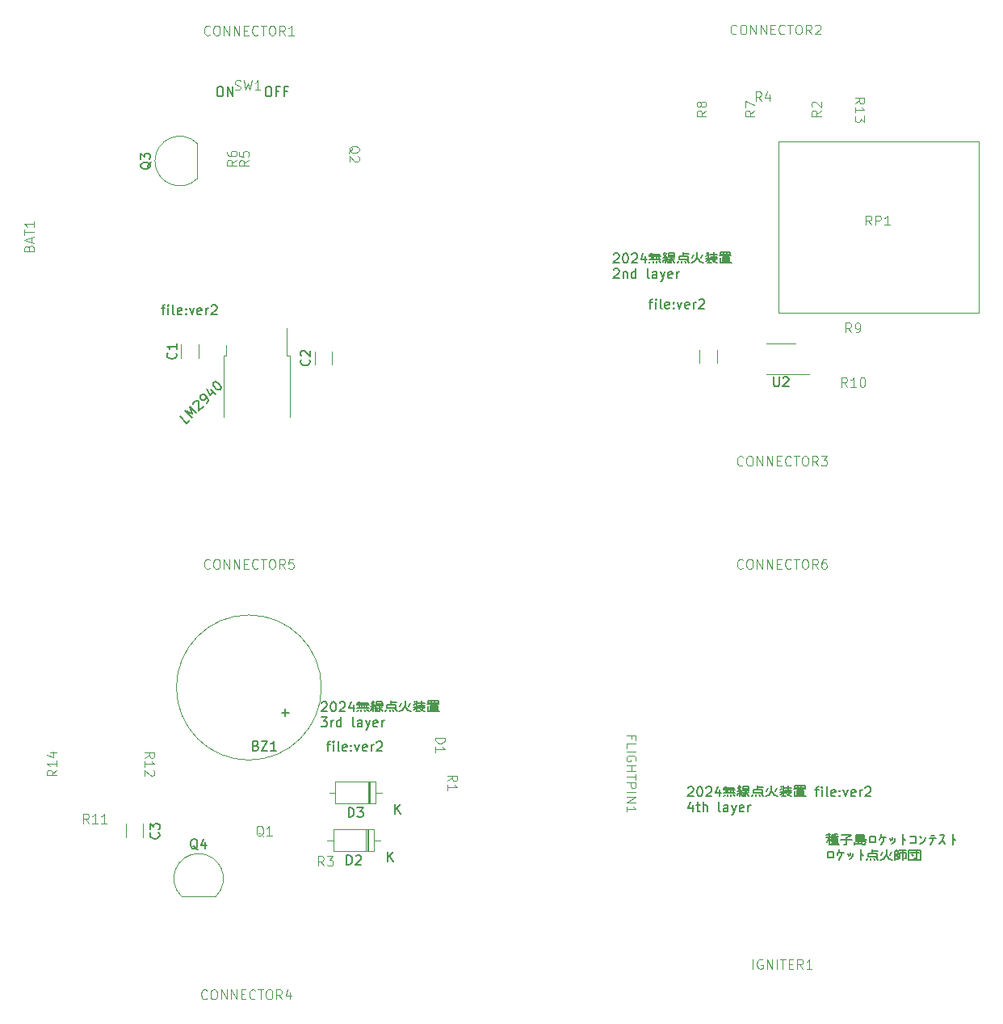
<source format=gto>
G04 #@! TF.GenerationSoftware,KiCad,Pcbnew,7.0.8*
G04 #@! TF.CreationDate,2024-02-14T15:59:42+09:00*
G04 #@! TF.ProjectId,_______FMver2,2d098bb9-6bc5-46e4-964d-766572322e6b,rev?*
G04 #@! TF.SameCoordinates,Original*
G04 #@! TF.FileFunction,Legend,Top*
G04 #@! TF.FilePolarity,Positive*
%FSLAX46Y46*%
G04 Gerber Fmt 4.6, Leading zero omitted, Abs format (unit mm)*
G04 Created by KiCad (PCBNEW 7.0.8) date 2024-02-14 15:59:42*
%MOMM*%
%LPD*%
G01*
G04 APERTURE LIST*
%ADD10C,0.150000*%
%ADD11C,0.100000*%
%ADD12C,0.120000*%
G04 APERTURE END LIST*
D10*
X52762255Y-34759819D02*
X52952731Y-34759819D01*
X52952731Y-34759819D02*
X53047969Y-34807438D01*
X53047969Y-34807438D02*
X53143207Y-34902676D01*
X53143207Y-34902676D02*
X53190826Y-35093152D01*
X53190826Y-35093152D02*
X53190826Y-35426485D01*
X53190826Y-35426485D02*
X53143207Y-35616961D01*
X53143207Y-35616961D02*
X53047969Y-35712200D01*
X53047969Y-35712200D02*
X52952731Y-35759819D01*
X52952731Y-35759819D02*
X52762255Y-35759819D01*
X52762255Y-35759819D02*
X52667017Y-35712200D01*
X52667017Y-35712200D02*
X52571779Y-35616961D01*
X52571779Y-35616961D02*
X52524160Y-35426485D01*
X52524160Y-35426485D02*
X52524160Y-35093152D01*
X52524160Y-35093152D02*
X52571779Y-34902676D01*
X52571779Y-34902676D02*
X52667017Y-34807438D01*
X52667017Y-34807438D02*
X52762255Y-34759819D01*
X53952731Y-35236009D02*
X53619398Y-35236009D01*
X53619398Y-35759819D02*
X53619398Y-34759819D01*
X53619398Y-34759819D02*
X54095588Y-34759819D01*
X54809874Y-35236009D02*
X54476541Y-35236009D01*
X54476541Y-35759819D02*
X54476541Y-34759819D01*
X54476541Y-34759819D02*
X54952731Y-34759819D01*
X92758922Y-57318152D02*
X93139874Y-57318152D01*
X92901779Y-57984819D02*
X92901779Y-57127676D01*
X92901779Y-57127676D02*
X92949398Y-57032438D01*
X92949398Y-57032438D02*
X93044636Y-56984819D01*
X93044636Y-56984819D02*
X93139874Y-56984819D01*
X93473208Y-57984819D02*
X93473208Y-57318152D01*
X93473208Y-56984819D02*
X93425589Y-57032438D01*
X93425589Y-57032438D02*
X93473208Y-57080057D01*
X93473208Y-57080057D02*
X93520827Y-57032438D01*
X93520827Y-57032438D02*
X93473208Y-56984819D01*
X93473208Y-56984819D02*
X93473208Y-57080057D01*
X94092255Y-57984819D02*
X93997017Y-57937200D01*
X93997017Y-57937200D02*
X93949398Y-57841961D01*
X93949398Y-57841961D02*
X93949398Y-56984819D01*
X94854160Y-57937200D02*
X94758922Y-57984819D01*
X94758922Y-57984819D02*
X94568446Y-57984819D01*
X94568446Y-57984819D02*
X94473208Y-57937200D01*
X94473208Y-57937200D02*
X94425589Y-57841961D01*
X94425589Y-57841961D02*
X94425589Y-57461009D01*
X94425589Y-57461009D02*
X94473208Y-57365771D01*
X94473208Y-57365771D02*
X94568446Y-57318152D01*
X94568446Y-57318152D02*
X94758922Y-57318152D01*
X94758922Y-57318152D02*
X94854160Y-57365771D01*
X94854160Y-57365771D02*
X94901779Y-57461009D01*
X94901779Y-57461009D02*
X94901779Y-57556247D01*
X94901779Y-57556247D02*
X94425589Y-57651485D01*
X95330351Y-57889580D02*
X95377970Y-57937200D01*
X95377970Y-57937200D02*
X95330351Y-57984819D01*
X95330351Y-57984819D02*
X95282732Y-57937200D01*
X95282732Y-57937200D02*
X95330351Y-57889580D01*
X95330351Y-57889580D02*
X95330351Y-57984819D01*
X95330351Y-57365771D02*
X95377970Y-57413390D01*
X95377970Y-57413390D02*
X95330351Y-57461009D01*
X95330351Y-57461009D02*
X95282732Y-57413390D01*
X95282732Y-57413390D02*
X95330351Y-57365771D01*
X95330351Y-57365771D02*
X95330351Y-57461009D01*
X95711303Y-57318152D02*
X95949398Y-57984819D01*
X95949398Y-57984819D02*
X96187493Y-57318152D01*
X96949398Y-57937200D02*
X96854160Y-57984819D01*
X96854160Y-57984819D02*
X96663684Y-57984819D01*
X96663684Y-57984819D02*
X96568446Y-57937200D01*
X96568446Y-57937200D02*
X96520827Y-57841961D01*
X96520827Y-57841961D02*
X96520827Y-57461009D01*
X96520827Y-57461009D02*
X96568446Y-57365771D01*
X96568446Y-57365771D02*
X96663684Y-57318152D01*
X96663684Y-57318152D02*
X96854160Y-57318152D01*
X96854160Y-57318152D02*
X96949398Y-57365771D01*
X96949398Y-57365771D02*
X96997017Y-57461009D01*
X96997017Y-57461009D02*
X96997017Y-57556247D01*
X96997017Y-57556247D02*
X96520827Y-57651485D01*
X97425589Y-57984819D02*
X97425589Y-57318152D01*
X97425589Y-57508628D02*
X97473208Y-57413390D01*
X97473208Y-57413390D02*
X97520827Y-57365771D01*
X97520827Y-57365771D02*
X97616065Y-57318152D01*
X97616065Y-57318152D02*
X97711303Y-57318152D01*
X97997018Y-57080057D02*
X98044637Y-57032438D01*
X98044637Y-57032438D02*
X98139875Y-56984819D01*
X98139875Y-56984819D02*
X98377970Y-56984819D01*
X98377970Y-56984819D02*
X98473208Y-57032438D01*
X98473208Y-57032438D02*
X98520827Y-57080057D01*
X98520827Y-57080057D02*
X98568446Y-57175295D01*
X98568446Y-57175295D02*
X98568446Y-57270533D01*
X98568446Y-57270533D02*
X98520827Y-57413390D01*
X98520827Y-57413390D02*
X97949399Y-57984819D01*
X97949399Y-57984819D02*
X98568446Y-57984819D01*
X41633922Y-57953152D02*
X42014874Y-57953152D01*
X41776779Y-58619819D02*
X41776779Y-57762676D01*
X41776779Y-57762676D02*
X41824398Y-57667438D01*
X41824398Y-57667438D02*
X41919636Y-57619819D01*
X41919636Y-57619819D02*
X42014874Y-57619819D01*
X42348208Y-58619819D02*
X42348208Y-57953152D01*
X42348208Y-57619819D02*
X42300589Y-57667438D01*
X42300589Y-57667438D02*
X42348208Y-57715057D01*
X42348208Y-57715057D02*
X42395827Y-57667438D01*
X42395827Y-57667438D02*
X42348208Y-57619819D01*
X42348208Y-57619819D02*
X42348208Y-57715057D01*
X42967255Y-58619819D02*
X42872017Y-58572200D01*
X42872017Y-58572200D02*
X42824398Y-58476961D01*
X42824398Y-58476961D02*
X42824398Y-57619819D01*
X43729160Y-58572200D02*
X43633922Y-58619819D01*
X43633922Y-58619819D02*
X43443446Y-58619819D01*
X43443446Y-58619819D02*
X43348208Y-58572200D01*
X43348208Y-58572200D02*
X43300589Y-58476961D01*
X43300589Y-58476961D02*
X43300589Y-58096009D01*
X43300589Y-58096009D02*
X43348208Y-58000771D01*
X43348208Y-58000771D02*
X43443446Y-57953152D01*
X43443446Y-57953152D02*
X43633922Y-57953152D01*
X43633922Y-57953152D02*
X43729160Y-58000771D01*
X43729160Y-58000771D02*
X43776779Y-58096009D01*
X43776779Y-58096009D02*
X43776779Y-58191247D01*
X43776779Y-58191247D02*
X43300589Y-58286485D01*
X44205351Y-58524580D02*
X44252970Y-58572200D01*
X44252970Y-58572200D02*
X44205351Y-58619819D01*
X44205351Y-58619819D02*
X44157732Y-58572200D01*
X44157732Y-58572200D02*
X44205351Y-58524580D01*
X44205351Y-58524580D02*
X44205351Y-58619819D01*
X44205351Y-58000771D02*
X44252970Y-58048390D01*
X44252970Y-58048390D02*
X44205351Y-58096009D01*
X44205351Y-58096009D02*
X44157732Y-58048390D01*
X44157732Y-58048390D02*
X44205351Y-58000771D01*
X44205351Y-58000771D02*
X44205351Y-58096009D01*
X44586303Y-57953152D02*
X44824398Y-58619819D01*
X44824398Y-58619819D02*
X45062493Y-57953152D01*
X45824398Y-58572200D02*
X45729160Y-58619819D01*
X45729160Y-58619819D02*
X45538684Y-58619819D01*
X45538684Y-58619819D02*
X45443446Y-58572200D01*
X45443446Y-58572200D02*
X45395827Y-58476961D01*
X45395827Y-58476961D02*
X45395827Y-58096009D01*
X45395827Y-58096009D02*
X45443446Y-58000771D01*
X45443446Y-58000771D02*
X45538684Y-57953152D01*
X45538684Y-57953152D02*
X45729160Y-57953152D01*
X45729160Y-57953152D02*
X45824398Y-58000771D01*
X45824398Y-58000771D02*
X45872017Y-58096009D01*
X45872017Y-58096009D02*
X45872017Y-58191247D01*
X45872017Y-58191247D02*
X45395827Y-58286485D01*
X46300589Y-58619819D02*
X46300589Y-57953152D01*
X46300589Y-58143628D02*
X46348208Y-58048390D01*
X46348208Y-58048390D02*
X46395827Y-58000771D01*
X46395827Y-58000771D02*
X46491065Y-57953152D01*
X46491065Y-57953152D02*
X46586303Y-57953152D01*
X46872018Y-57715057D02*
X46919637Y-57667438D01*
X46919637Y-57667438D02*
X47014875Y-57619819D01*
X47014875Y-57619819D02*
X47252970Y-57619819D01*
X47252970Y-57619819D02*
X47348208Y-57667438D01*
X47348208Y-57667438D02*
X47395827Y-57715057D01*
X47395827Y-57715057D02*
X47443446Y-57810295D01*
X47443446Y-57810295D02*
X47443446Y-57905533D01*
X47443446Y-57905533D02*
X47395827Y-58048390D01*
X47395827Y-58048390D02*
X46824399Y-58619819D01*
X46824399Y-58619819D02*
X47443446Y-58619819D01*
X111825112Y-113255057D02*
X112587017Y-113255057D01*
X111348922Y-113397914D02*
X111825112Y-113397914D01*
X111920350Y-113588390D02*
X112539398Y-113588390D01*
X111920350Y-113778866D02*
X112539398Y-113778866D01*
X111920350Y-113969342D02*
X112587017Y-113969342D01*
X111777493Y-114159819D02*
X112634636Y-114159819D01*
X111682255Y-113112200D02*
X111682255Y-114159819D01*
X111920350Y-113445533D02*
X111920350Y-113778866D01*
X111920350Y-113445533D02*
X112539398Y-113445533D01*
X112539398Y-113445533D02*
X112539398Y-113778866D01*
X111634636Y-113540771D02*
X111825112Y-113731247D01*
X111634636Y-113397914D02*
X111396541Y-113874104D01*
X111777493Y-113064580D02*
X111348922Y-113159819D01*
X112539398Y-113064580D02*
X111920350Y-113159819D01*
X112253684Y-113112200D02*
X112253684Y-114159819D01*
X112825112Y-113636009D02*
X114063207Y-113636009D01*
X113158445Y-114159819D02*
X113444159Y-114159819D01*
X113444159Y-113397914D02*
X113444159Y-114159819D01*
X112967969Y-113159819D02*
X113920350Y-113159819D01*
X113920350Y-113159819D02*
X113777493Y-113255057D01*
X113777493Y-113255057D02*
X113444159Y-113397914D01*
X114444159Y-113302676D02*
X115301302Y-113302676D01*
X114444159Y-113493152D02*
X115301302Y-113493152D01*
X114444159Y-113636009D02*
X115539397Y-113636009D01*
X114301302Y-114064580D02*
X115110825Y-114064580D01*
X115110825Y-114159819D02*
X115396540Y-114159819D01*
X114301302Y-113921723D02*
X114301302Y-114112200D01*
X114682254Y-113826485D02*
X114682254Y-114064580D01*
X115063206Y-113874104D02*
X115063206Y-114064580D01*
X114444159Y-113159819D02*
X115301302Y-113159819D01*
X115301302Y-113159819D02*
X115301302Y-113493152D01*
X114872730Y-113016961D02*
X114777492Y-113112200D01*
X114444159Y-113159819D02*
X114444159Y-113826485D01*
X114444159Y-113826485D02*
X115491778Y-113826485D01*
X115491778Y-113826485D02*
X115396540Y-114159819D01*
X115920349Y-113255057D02*
X115920349Y-113921723D01*
X115920349Y-113255057D02*
X116491777Y-113255057D01*
X116491777Y-113255057D02*
X116491777Y-113921723D01*
X116491777Y-113921723D02*
X115920349Y-113921723D01*
X117063206Y-113397914D02*
X117587015Y-113397914D01*
X117110825Y-113064580D02*
X117063206Y-113255057D01*
X117063206Y-113255057D02*
X116967968Y-113493152D01*
X116967968Y-113493152D02*
X116920349Y-113636009D01*
X117348920Y-113397914D02*
X117348920Y-113636009D01*
X117348920Y-113636009D02*
X117301301Y-113778866D01*
X117301301Y-113778866D02*
X117206063Y-113921723D01*
X117206063Y-113921723D02*
X117063206Y-114112200D01*
X118015587Y-113445533D02*
X118110825Y-113683628D01*
X118253682Y-113397914D02*
X118301301Y-113636009D01*
X118539396Y-113445533D02*
X118539396Y-113683628D01*
X118539396Y-113683628D02*
X118491777Y-113826485D01*
X118491777Y-113826485D02*
X118348920Y-113969342D01*
X118348920Y-113969342D02*
X118206063Y-114064580D01*
X119348920Y-113064580D02*
X119348920Y-114112200D01*
X119348920Y-113493152D02*
X119634634Y-113731247D01*
X120110825Y-113302676D02*
X120682253Y-113302676D01*
X120682253Y-113302676D02*
X120682253Y-113969342D01*
X120682253Y-113969342D02*
X120110825Y-113969342D01*
X121158444Y-113255057D02*
X121348920Y-113445533D01*
X121158444Y-114016961D02*
X121396539Y-113969342D01*
X121396539Y-113969342D02*
X121539396Y-113826485D01*
X121539396Y-113826485D02*
X121634634Y-113683628D01*
X121634634Y-113683628D02*
X121729872Y-113350295D01*
X122301301Y-113207438D02*
X122682253Y-113207438D01*
X122158444Y-113493152D02*
X122825110Y-113493152D01*
X122491777Y-113493152D02*
X122491777Y-113731247D01*
X122491777Y-113731247D02*
X122396539Y-113921723D01*
X122396539Y-113921723D02*
X122253682Y-114112200D01*
X123253682Y-113159819D02*
X123682253Y-113159819D01*
X123682253Y-113159819D02*
X123634634Y-113445533D01*
X123634634Y-113445533D02*
X123539396Y-113636009D01*
X123539396Y-113636009D02*
X123444158Y-113778866D01*
X123444158Y-113778866D02*
X123348920Y-113921723D01*
X123348920Y-113921723D02*
X123206063Y-114064580D01*
X123539396Y-113683628D02*
X123634634Y-113826485D01*
X123634634Y-113826485D02*
X123777491Y-114064580D01*
X124587015Y-113064580D02*
X124587015Y-114112200D01*
X124587015Y-113493152D02*
X124872729Y-113731247D01*
X111491779Y-114865057D02*
X111491779Y-115531723D01*
X111491779Y-114865057D02*
X112063207Y-114865057D01*
X112063207Y-114865057D02*
X112063207Y-115531723D01*
X112063207Y-115531723D02*
X111491779Y-115531723D01*
X112634636Y-115007914D02*
X113158445Y-115007914D01*
X112682255Y-114674580D02*
X112634636Y-114865057D01*
X112634636Y-114865057D02*
X112539398Y-115103152D01*
X112539398Y-115103152D02*
X112491779Y-115246009D01*
X112920350Y-115007914D02*
X112920350Y-115246009D01*
X112920350Y-115246009D02*
X112872731Y-115388866D01*
X112872731Y-115388866D02*
X112777493Y-115531723D01*
X112777493Y-115531723D02*
X112634636Y-115722200D01*
X113587017Y-115055533D02*
X113682255Y-115293628D01*
X113825112Y-115007914D02*
X113872731Y-115246009D01*
X114110826Y-115055533D02*
X114110826Y-115293628D01*
X114110826Y-115293628D02*
X114063207Y-115436485D01*
X114063207Y-115436485D02*
X113920350Y-115579342D01*
X113920350Y-115579342D02*
X113777493Y-115674580D01*
X114920350Y-114674580D02*
X114920350Y-115722200D01*
X114920350Y-115103152D02*
X115206064Y-115341247D01*
X116158445Y-114817438D02*
X116729874Y-114817438D01*
X115729874Y-115388866D02*
X116634636Y-115388866D01*
X115729874Y-115055533D02*
X115729874Y-115388866D01*
X116015588Y-115579342D02*
X116015588Y-115769819D01*
X116158445Y-114626961D02*
X116158445Y-115055533D01*
X115729874Y-115055533D02*
X116634636Y-115055533D01*
X116634636Y-115055533D02*
X116634636Y-115388866D01*
X116587017Y-115531723D02*
X116777493Y-115722200D01*
X115729874Y-115579342D02*
X115539398Y-115769819D01*
X116301302Y-115579342D02*
X116396540Y-115769819D01*
X117634635Y-114674580D02*
X117634635Y-115198390D01*
X117634635Y-115198390D02*
X117777492Y-115436485D01*
X117777492Y-115436485D02*
X117920350Y-115626961D01*
X117920350Y-115626961D02*
X118253683Y-115769819D01*
X118158445Y-114912676D02*
X118015588Y-115198390D01*
X117253683Y-114912676D02*
X117110826Y-115246009D01*
X117634635Y-115150771D02*
X117491778Y-115436485D01*
X117491778Y-115436485D02*
X117301302Y-115626961D01*
X117301302Y-115626961D02*
X117015588Y-115769819D01*
X118967968Y-114722200D02*
X119729873Y-114722200D01*
X118491778Y-115150771D02*
X118872730Y-115150771D01*
X119539397Y-115579342D02*
X119682254Y-115579342D01*
X118491778Y-115674580D02*
X118872730Y-115674580D01*
X118491778Y-114817438D02*
X118491778Y-115722200D01*
X118491778Y-114817438D02*
X118872730Y-114817438D01*
X118872730Y-114817438D02*
X118872730Y-115103152D01*
X118491778Y-115341247D02*
X118872730Y-115341247D01*
X118872730Y-115341247D02*
X118872730Y-115626961D01*
X119063206Y-114960295D02*
X119063206Y-115579342D01*
X119348920Y-114722200D02*
X119348920Y-115769819D01*
X119063206Y-114960295D02*
X119682254Y-114960295D01*
X119682254Y-114960295D02*
X119682254Y-115579342D01*
X118682254Y-114626961D02*
X118587016Y-114817438D01*
X120110825Y-115007914D02*
X121063206Y-115007914D01*
X120587015Y-115579342D02*
X120825110Y-115579342D01*
X119967968Y-115722200D02*
X121206063Y-115722200D01*
X119967968Y-114722200D02*
X119967968Y-115769819D01*
X120825110Y-114817438D02*
X120825110Y-115579342D01*
X119967968Y-114722200D02*
X121206063Y-114722200D01*
X121206063Y-114722200D02*
X121206063Y-115769819D01*
X120301301Y-115150771D02*
X120491777Y-115341247D01*
X58414160Y-99285057D02*
X58461779Y-99237438D01*
X58461779Y-99237438D02*
X58557017Y-99189819D01*
X58557017Y-99189819D02*
X58795112Y-99189819D01*
X58795112Y-99189819D02*
X58890350Y-99237438D01*
X58890350Y-99237438D02*
X58937969Y-99285057D01*
X58937969Y-99285057D02*
X58985588Y-99380295D01*
X58985588Y-99380295D02*
X58985588Y-99475533D01*
X58985588Y-99475533D02*
X58937969Y-99618390D01*
X58937969Y-99618390D02*
X58366541Y-100189819D01*
X58366541Y-100189819D02*
X58985588Y-100189819D01*
X59604636Y-99189819D02*
X59699874Y-99189819D01*
X59699874Y-99189819D02*
X59795112Y-99237438D01*
X59795112Y-99237438D02*
X59842731Y-99285057D01*
X59842731Y-99285057D02*
X59890350Y-99380295D01*
X59890350Y-99380295D02*
X59937969Y-99570771D01*
X59937969Y-99570771D02*
X59937969Y-99808866D01*
X59937969Y-99808866D02*
X59890350Y-99999342D01*
X59890350Y-99999342D02*
X59842731Y-100094580D01*
X59842731Y-100094580D02*
X59795112Y-100142200D01*
X59795112Y-100142200D02*
X59699874Y-100189819D01*
X59699874Y-100189819D02*
X59604636Y-100189819D01*
X59604636Y-100189819D02*
X59509398Y-100142200D01*
X59509398Y-100142200D02*
X59461779Y-100094580D01*
X59461779Y-100094580D02*
X59414160Y-99999342D01*
X59414160Y-99999342D02*
X59366541Y-99808866D01*
X59366541Y-99808866D02*
X59366541Y-99570771D01*
X59366541Y-99570771D02*
X59414160Y-99380295D01*
X59414160Y-99380295D02*
X59461779Y-99285057D01*
X59461779Y-99285057D02*
X59509398Y-99237438D01*
X59509398Y-99237438D02*
X59604636Y-99189819D01*
X60318922Y-99285057D02*
X60366541Y-99237438D01*
X60366541Y-99237438D02*
X60461779Y-99189819D01*
X60461779Y-99189819D02*
X60699874Y-99189819D01*
X60699874Y-99189819D02*
X60795112Y-99237438D01*
X60795112Y-99237438D02*
X60842731Y-99285057D01*
X60842731Y-99285057D02*
X60890350Y-99380295D01*
X60890350Y-99380295D02*
X60890350Y-99475533D01*
X60890350Y-99475533D02*
X60842731Y-99618390D01*
X60842731Y-99618390D02*
X60271303Y-100189819D01*
X60271303Y-100189819D02*
X60890350Y-100189819D01*
X61747493Y-99523152D02*
X61747493Y-100189819D01*
X61509398Y-99142200D02*
X61271303Y-99856485D01*
X61271303Y-99856485D02*
X61890350Y-99856485D01*
X62366541Y-99285057D02*
X63271303Y-99285057D01*
X62128446Y-99523152D02*
X63366541Y-99523152D01*
X62128446Y-99856485D02*
X63366541Y-99856485D01*
X62366541Y-99189819D02*
X62366541Y-99856485D01*
X62557017Y-99999342D02*
X62557017Y-100189819D01*
X62604636Y-99237438D02*
X62604636Y-99856485D01*
X62890350Y-99237438D02*
X62890350Y-99856485D01*
X63128446Y-99237438D02*
X63128446Y-99856485D01*
X63176065Y-99999342D02*
X63366541Y-100189819D01*
X62271303Y-100046961D02*
X62128446Y-100189819D01*
X62414160Y-99142200D02*
X62128446Y-99380295D01*
X62890350Y-99999342D02*
X62937969Y-100189819D01*
X64176064Y-99380295D02*
X64747493Y-99380295D01*
X64176064Y-99570771D02*
X64747493Y-99570771D01*
X63604636Y-99666009D02*
X64033207Y-99666009D01*
X64271302Y-100189819D02*
X64461778Y-100189819D01*
X63842731Y-99618390D02*
X63842731Y-100189819D01*
X64176064Y-99189819D02*
X64176064Y-99570771D01*
X64461778Y-99570771D02*
X64461778Y-100189819D01*
X64176064Y-99189819D02*
X64747493Y-99189819D01*
X64747493Y-99189819D02*
X64795112Y-99570771D01*
X64747493Y-99713628D02*
X64604636Y-99856485D01*
X63652255Y-99285057D02*
X63842731Y-99475533D01*
X63842731Y-99475533D02*
X63652255Y-99618390D01*
X64414159Y-99046961D02*
X64366540Y-99189819D01*
X63985588Y-99808866D02*
X64033207Y-99999342D01*
X63937969Y-99475533D02*
X64033207Y-99713628D01*
X63795112Y-99046961D02*
X63699874Y-99332676D01*
X63937969Y-99189819D02*
X63842731Y-99475533D01*
X63699874Y-99808866D02*
X63604636Y-100094580D01*
X64128445Y-99808866D02*
X64366540Y-99808866D01*
X64366540Y-99808866D02*
X64271302Y-99999342D01*
X64271302Y-99999342D02*
X64080826Y-100142200D01*
X64461778Y-99666009D02*
X64604636Y-99904104D01*
X64604636Y-99904104D02*
X64795112Y-100142200D01*
X65699873Y-99237438D02*
X66271302Y-99237438D01*
X65271302Y-99808866D02*
X66176064Y-99808866D01*
X65271302Y-99475533D02*
X65271302Y-99808866D01*
X65557016Y-99999342D02*
X65557016Y-100189819D01*
X65699873Y-99046961D02*
X65699873Y-99475533D01*
X65271302Y-99475533D02*
X66176064Y-99475533D01*
X66176064Y-99475533D02*
X66176064Y-99808866D01*
X66128445Y-99951723D02*
X66318921Y-100142200D01*
X65271302Y-99999342D02*
X65080826Y-100189819D01*
X65842730Y-99999342D02*
X65937968Y-100189819D01*
X67176063Y-99094580D02*
X67176063Y-99618390D01*
X67176063Y-99618390D02*
X67318920Y-99856485D01*
X67318920Y-99856485D02*
X67461778Y-100046961D01*
X67461778Y-100046961D02*
X67795111Y-100189819D01*
X67699873Y-99332676D02*
X67557016Y-99618390D01*
X66795111Y-99332676D02*
X66652254Y-99666009D01*
X67176063Y-99570771D02*
X67033206Y-99856485D01*
X67033206Y-99856485D02*
X66842730Y-100046961D01*
X66842730Y-100046961D02*
X66557016Y-100189819D01*
X68509396Y-99285057D02*
X69271301Y-99285057D01*
X68557015Y-99570771D02*
X69223682Y-99570771D01*
X68033206Y-99761247D02*
X69271301Y-99761247D01*
X68414158Y-99904104D02*
X68414158Y-100142200D01*
X68366539Y-99046961D02*
X68366539Y-99618390D01*
X68890348Y-99046961D02*
X68890348Y-99570771D01*
X68128444Y-99142200D02*
X68223682Y-99237438D01*
X68652253Y-99761247D02*
X68890348Y-100046961D01*
X68890348Y-100046961D02*
X69271301Y-100189819D01*
X69128444Y-99856485D02*
X68842729Y-99999342D01*
X68271301Y-99427914D02*
X68033206Y-99523152D01*
X68652253Y-99618390D02*
X68652253Y-99808866D01*
X68652253Y-99808866D02*
X68318920Y-99951723D01*
X68318920Y-99951723D02*
X68033206Y-99999342D01*
X68699872Y-100142200D02*
X68271301Y-100189819D01*
X69557015Y-99332676D02*
X70652253Y-99332676D01*
X69509396Y-99427914D02*
X70699872Y-99427914D01*
X69842729Y-99713628D02*
X70557015Y-99713628D01*
X69842729Y-99856485D02*
X70557015Y-99856485D01*
X69842729Y-99999342D02*
X70557015Y-99999342D01*
X69604634Y-100142200D02*
X70747491Y-100142200D01*
X69557015Y-99094580D02*
X69557015Y-99285057D01*
X69604634Y-99618390D02*
X69604634Y-100189819D01*
X69842729Y-99570771D02*
X69842729Y-99999342D01*
X69937967Y-99094580D02*
X69937967Y-99285057D01*
X70271300Y-99094580D02*
X70271300Y-99285057D01*
X69842729Y-99570771D02*
X70557015Y-99570771D01*
X70557015Y-99570771D02*
X70557015Y-99999342D01*
X69557015Y-99094580D02*
X70652253Y-99094580D01*
X70652253Y-99094580D02*
X70652253Y-99285057D01*
X70128443Y-99332676D02*
X70128443Y-99618390D01*
X58366541Y-100799819D02*
X58985588Y-100799819D01*
X58985588Y-100799819D02*
X58652255Y-101180771D01*
X58652255Y-101180771D02*
X58795112Y-101180771D01*
X58795112Y-101180771D02*
X58890350Y-101228390D01*
X58890350Y-101228390D02*
X58937969Y-101276009D01*
X58937969Y-101276009D02*
X58985588Y-101371247D01*
X58985588Y-101371247D02*
X58985588Y-101609342D01*
X58985588Y-101609342D02*
X58937969Y-101704580D01*
X58937969Y-101704580D02*
X58890350Y-101752200D01*
X58890350Y-101752200D02*
X58795112Y-101799819D01*
X58795112Y-101799819D02*
X58509398Y-101799819D01*
X58509398Y-101799819D02*
X58414160Y-101752200D01*
X58414160Y-101752200D02*
X58366541Y-101704580D01*
X59414160Y-101799819D02*
X59414160Y-101133152D01*
X59414160Y-101323628D02*
X59461779Y-101228390D01*
X59461779Y-101228390D02*
X59509398Y-101180771D01*
X59509398Y-101180771D02*
X59604636Y-101133152D01*
X59604636Y-101133152D02*
X59699874Y-101133152D01*
X60461779Y-101799819D02*
X60461779Y-100799819D01*
X60461779Y-101752200D02*
X60366541Y-101799819D01*
X60366541Y-101799819D02*
X60176065Y-101799819D01*
X60176065Y-101799819D02*
X60080827Y-101752200D01*
X60080827Y-101752200D02*
X60033208Y-101704580D01*
X60033208Y-101704580D02*
X59985589Y-101609342D01*
X59985589Y-101609342D02*
X59985589Y-101323628D01*
X59985589Y-101323628D02*
X60033208Y-101228390D01*
X60033208Y-101228390D02*
X60080827Y-101180771D01*
X60080827Y-101180771D02*
X60176065Y-101133152D01*
X60176065Y-101133152D02*
X60366541Y-101133152D01*
X60366541Y-101133152D02*
X60461779Y-101180771D01*
X61842732Y-101799819D02*
X61747494Y-101752200D01*
X61747494Y-101752200D02*
X61699875Y-101656961D01*
X61699875Y-101656961D02*
X61699875Y-100799819D01*
X62652256Y-101799819D02*
X62652256Y-101276009D01*
X62652256Y-101276009D02*
X62604637Y-101180771D01*
X62604637Y-101180771D02*
X62509399Y-101133152D01*
X62509399Y-101133152D02*
X62318923Y-101133152D01*
X62318923Y-101133152D02*
X62223685Y-101180771D01*
X62652256Y-101752200D02*
X62557018Y-101799819D01*
X62557018Y-101799819D02*
X62318923Y-101799819D01*
X62318923Y-101799819D02*
X62223685Y-101752200D01*
X62223685Y-101752200D02*
X62176066Y-101656961D01*
X62176066Y-101656961D02*
X62176066Y-101561723D01*
X62176066Y-101561723D02*
X62223685Y-101466485D01*
X62223685Y-101466485D02*
X62318923Y-101418866D01*
X62318923Y-101418866D02*
X62557018Y-101418866D01*
X62557018Y-101418866D02*
X62652256Y-101371247D01*
X63033209Y-101133152D02*
X63271304Y-101799819D01*
X63509399Y-101133152D02*
X63271304Y-101799819D01*
X63271304Y-101799819D02*
X63176066Y-102037914D01*
X63176066Y-102037914D02*
X63128447Y-102085533D01*
X63128447Y-102085533D02*
X63033209Y-102133152D01*
X64271304Y-101752200D02*
X64176066Y-101799819D01*
X64176066Y-101799819D02*
X63985590Y-101799819D01*
X63985590Y-101799819D02*
X63890352Y-101752200D01*
X63890352Y-101752200D02*
X63842733Y-101656961D01*
X63842733Y-101656961D02*
X63842733Y-101276009D01*
X63842733Y-101276009D02*
X63890352Y-101180771D01*
X63890352Y-101180771D02*
X63985590Y-101133152D01*
X63985590Y-101133152D02*
X64176066Y-101133152D01*
X64176066Y-101133152D02*
X64271304Y-101180771D01*
X64271304Y-101180771D02*
X64318923Y-101276009D01*
X64318923Y-101276009D02*
X64318923Y-101371247D01*
X64318923Y-101371247D02*
X63842733Y-101466485D01*
X64747495Y-101799819D02*
X64747495Y-101133152D01*
X64747495Y-101323628D02*
X64795114Y-101228390D01*
X64795114Y-101228390D02*
X64842733Y-101180771D01*
X64842733Y-101180771D02*
X64937971Y-101133152D01*
X64937971Y-101133152D02*
X65033209Y-101133152D01*
X96839160Y-108175057D02*
X96886779Y-108127438D01*
X96886779Y-108127438D02*
X96982017Y-108079819D01*
X96982017Y-108079819D02*
X97220112Y-108079819D01*
X97220112Y-108079819D02*
X97315350Y-108127438D01*
X97315350Y-108127438D02*
X97362969Y-108175057D01*
X97362969Y-108175057D02*
X97410588Y-108270295D01*
X97410588Y-108270295D02*
X97410588Y-108365533D01*
X97410588Y-108365533D02*
X97362969Y-108508390D01*
X97362969Y-108508390D02*
X96791541Y-109079819D01*
X96791541Y-109079819D02*
X97410588Y-109079819D01*
X98029636Y-108079819D02*
X98124874Y-108079819D01*
X98124874Y-108079819D02*
X98220112Y-108127438D01*
X98220112Y-108127438D02*
X98267731Y-108175057D01*
X98267731Y-108175057D02*
X98315350Y-108270295D01*
X98315350Y-108270295D02*
X98362969Y-108460771D01*
X98362969Y-108460771D02*
X98362969Y-108698866D01*
X98362969Y-108698866D02*
X98315350Y-108889342D01*
X98315350Y-108889342D02*
X98267731Y-108984580D01*
X98267731Y-108984580D02*
X98220112Y-109032200D01*
X98220112Y-109032200D02*
X98124874Y-109079819D01*
X98124874Y-109079819D02*
X98029636Y-109079819D01*
X98029636Y-109079819D02*
X97934398Y-109032200D01*
X97934398Y-109032200D02*
X97886779Y-108984580D01*
X97886779Y-108984580D02*
X97839160Y-108889342D01*
X97839160Y-108889342D02*
X97791541Y-108698866D01*
X97791541Y-108698866D02*
X97791541Y-108460771D01*
X97791541Y-108460771D02*
X97839160Y-108270295D01*
X97839160Y-108270295D02*
X97886779Y-108175057D01*
X97886779Y-108175057D02*
X97934398Y-108127438D01*
X97934398Y-108127438D02*
X98029636Y-108079819D01*
X98743922Y-108175057D02*
X98791541Y-108127438D01*
X98791541Y-108127438D02*
X98886779Y-108079819D01*
X98886779Y-108079819D02*
X99124874Y-108079819D01*
X99124874Y-108079819D02*
X99220112Y-108127438D01*
X99220112Y-108127438D02*
X99267731Y-108175057D01*
X99267731Y-108175057D02*
X99315350Y-108270295D01*
X99315350Y-108270295D02*
X99315350Y-108365533D01*
X99315350Y-108365533D02*
X99267731Y-108508390D01*
X99267731Y-108508390D02*
X98696303Y-109079819D01*
X98696303Y-109079819D02*
X99315350Y-109079819D01*
X100172493Y-108413152D02*
X100172493Y-109079819D01*
X99934398Y-108032200D02*
X99696303Y-108746485D01*
X99696303Y-108746485D02*
X100315350Y-108746485D01*
X100791541Y-108175057D02*
X101696303Y-108175057D01*
X100553446Y-108413152D02*
X101791541Y-108413152D01*
X100553446Y-108746485D02*
X101791541Y-108746485D01*
X100791541Y-108079819D02*
X100791541Y-108746485D01*
X100982017Y-108889342D02*
X100982017Y-109079819D01*
X101029636Y-108127438D02*
X101029636Y-108746485D01*
X101315350Y-108127438D02*
X101315350Y-108746485D01*
X101553446Y-108127438D02*
X101553446Y-108746485D01*
X101601065Y-108889342D02*
X101791541Y-109079819D01*
X100696303Y-108936961D02*
X100553446Y-109079819D01*
X100839160Y-108032200D02*
X100553446Y-108270295D01*
X101315350Y-108889342D02*
X101362969Y-109079819D01*
X102601064Y-108270295D02*
X103172493Y-108270295D01*
X102601064Y-108460771D02*
X103172493Y-108460771D01*
X102029636Y-108556009D02*
X102458207Y-108556009D01*
X102696302Y-109079819D02*
X102886778Y-109079819D01*
X102267731Y-108508390D02*
X102267731Y-109079819D01*
X102601064Y-108079819D02*
X102601064Y-108460771D01*
X102886778Y-108460771D02*
X102886778Y-109079819D01*
X102601064Y-108079819D02*
X103172493Y-108079819D01*
X103172493Y-108079819D02*
X103220112Y-108460771D01*
X103172493Y-108603628D02*
X103029636Y-108746485D01*
X102077255Y-108175057D02*
X102267731Y-108365533D01*
X102267731Y-108365533D02*
X102077255Y-108508390D01*
X102839159Y-107936961D02*
X102791540Y-108079819D01*
X102410588Y-108698866D02*
X102458207Y-108889342D01*
X102362969Y-108365533D02*
X102458207Y-108603628D01*
X102220112Y-107936961D02*
X102124874Y-108222676D01*
X102362969Y-108079819D02*
X102267731Y-108365533D01*
X102124874Y-108698866D02*
X102029636Y-108984580D01*
X102553445Y-108698866D02*
X102791540Y-108698866D01*
X102791540Y-108698866D02*
X102696302Y-108889342D01*
X102696302Y-108889342D02*
X102505826Y-109032200D01*
X102886778Y-108556009D02*
X103029636Y-108794104D01*
X103029636Y-108794104D02*
X103220112Y-109032200D01*
X104124873Y-108127438D02*
X104696302Y-108127438D01*
X103696302Y-108698866D02*
X104601064Y-108698866D01*
X103696302Y-108365533D02*
X103696302Y-108698866D01*
X103982016Y-108889342D02*
X103982016Y-109079819D01*
X104124873Y-107936961D02*
X104124873Y-108365533D01*
X103696302Y-108365533D02*
X104601064Y-108365533D01*
X104601064Y-108365533D02*
X104601064Y-108698866D01*
X104553445Y-108841723D02*
X104743921Y-109032200D01*
X103696302Y-108889342D02*
X103505826Y-109079819D01*
X104267730Y-108889342D02*
X104362968Y-109079819D01*
X105601063Y-107984580D02*
X105601063Y-108508390D01*
X105601063Y-108508390D02*
X105743920Y-108746485D01*
X105743920Y-108746485D02*
X105886778Y-108936961D01*
X105886778Y-108936961D02*
X106220111Y-109079819D01*
X106124873Y-108222676D02*
X105982016Y-108508390D01*
X105220111Y-108222676D02*
X105077254Y-108556009D01*
X105601063Y-108460771D02*
X105458206Y-108746485D01*
X105458206Y-108746485D02*
X105267730Y-108936961D01*
X105267730Y-108936961D02*
X104982016Y-109079819D01*
X106934396Y-108175057D02*
X107696301Y-108175057D01*
X106982015Y-108460771D02*
X107648682Y-108460771D01*
X106458206Y-108651247D02*
X107696301Y-108651247D01*
X106839158Y-108794104D02*
X106839158Y-109032200D01*
X106791539Y-107936961D02*
X106791539Y-108508390D01*
X107315348Y-107936961D02*
X107315348Y-108460771D01*
X106553444Y-108032200D02*
X106648682Y-108127438D01*
X107077253Y-108651247D02*
X107315348Y-108936961D01*
X107315348Y-108936961D02*
X107696301Y-109079819D01*
X107553444Y-108746485D02*
X107267729Y-108889342D01*
X106696301Y-108317914D02*
X106458206Y-108413152D01*
X107077253Y-108508390D02*
X107077253Y-108698866D01*
X107077253Y-108698866D02*
X106743920Y-108841723D01*
X106743920Y-108841723D02*
X106458206Y-108889342D01*
X107124872Y-109032200D02*
X106696301Y-109079819D01*
X107982015Y-108222676D02*
X109077253Y-108222676D01*
X107934396Y-108317914D02*
X109124872Y-108317914D01*
X108267729Y-108603628D02*
X108982015Y-108603628D01*
X108267729Y-108746485D02*
X108982015Y-108746485D01*
X108267729Y-108889342D02*
X108982015Y-108889342D01*
X108029634Y-109032200D02*
X109172491Y-109032200D01*
X107982015Y-107984580D02*
X107982015Y-108175057D01*
X108029634Y-108508390D02*
X108029634Y-109079819D01*
X108267729Y-108460771D02*
X108267729Y-108889342D01*
X108362967Y-107984580D02*
X108362967Y-108175057D01*
X108696300Y-107984580D02*
X108696300Y-108175057D01*
X108267729Y-108460771D02*
X108982015Y-108460771D01*
X108982015Y-108460771D02*
X108982015Y-108889342D01*
X107982015Y-107984580D02*
X109077253Y-107984580D01*
X109077253Y-107984580D02*
X109077253Y-108175057D01*
X108553443Y-108222676D02*
X108553443Y-108508390D01*
X110172491Y-108413152D02*
X110553443Y-108413152D01*
X110315348Y-109079819D02*
X110315348Y-108222676D01*
X110315348Y-108222676D02*
X110362967Y-108127438D01*
X110362967Y-108127438D02*
X110458205Y-108079819D01*
X110458205Y-108079819D02*
X110553443Y-108079819D01*
X110886777Y-109079819D02*
X110886777Y-108413152D01*
X110886777Y-108079819D02*
X110839158Y-108127438D01*
X110839158Y-108127438D02*
X110886777Y-108175057D01*
X110886777Y-108175057D02*
X110934396Y-108127438D01*
X110934396Y-108127438D02*
X110886777Y-108079819D01*
X110886777Y-108079819D02*
X110886777Y-108175057D01*
X111505824Y-109079819D02*
X111410586Y-109032200D01*
X111410586Y-109032200D02*
X111362967Y-108936961D01*
X111362967Y-108936961D02*
X111362967Y-108079819D01*
X112267729Y-109032200D02*
X112172491Y-109079819D01*
X112172491Y-109079819D02*
X111982015Y-109079819D01*
X111982015Y-109079819D02*
X111886777Y-109032200D01*
X111886777Y-109032200D02*
X111839158Y-108936961D01*
X111839158Y-108936961D02*
X111839158Y-108556009D01*
X111839158Y-108556009D02*
X111886777Y-108460771D01*
X111886777Y-108460771D02*
X111982015Y-108413152D01*
X111982015Y-108413152D02*
X112172491Y-108413152D01*
X112172491Y-108413152D02*
X112267729Y-108460771D01*
X112267729Y-108460771D02*
X112315348Y-108556009D01*
X112315348Y-108556009D02*
X112315348Y-108651247D01*
X112315348Y-108651247D02*
X111839158Y-108746485D01*
X112743920Y-108984580D02*
X112791539Y-109032200D01*
X112791539Y-109032200D02*
X112743920Y-109079819D01*
X112743920Y-109079819D02*
X112696301Y-109032200D01*
X112696301Y-109032200D02*
X112743920Y-108984580D01*
X112743920Y-108984580D02*
X112743920Y-109079819D01*
X112743920Y-108460771D02*
X112791539Y-108508390D01*
X112791539Y-108508390D02*
X112743920Y-108556009D01*
X112743920Y-108556009D02*
X112696301Y-108508390D01*
X112696301Y-108508390D02*
X112743920Y-108460771D01*
X112743920Y-108460771D02*
X112743920Y-108556009D01*
X113124872Y-108413152D02*
X113362967Y-109079819D01*
X113362967Y-109079819D02*
X113601062Y-108413152D01*
X114362967Y-109032200D02*
X114267729Y-109079819D01*
X114267729Y-109079819D02*
X114077253Y-109079819D01*
X114077253Y-109079819D02*
X113982015Y-109032200D01*
X113982015Y-109032200D02*
X113934396Y-108936961D01*
X113934396Y-108936961D02*
X113934396Y-108556009D01*
X113934396Y-108556009D02*
X113982015Y-108460771D01*
X113982015Y-108460771D02*
X114077253Y-108413152D01*
X114077253Y-108413152D02*
X114267729Y-108413152D01*
X114267729Y-108413152D02*
X114362967Y-108460771D01*
X114362967Y-108460771D02*
X114410586Y-108556009D01*
X114410586Y-108556009D02*
X114410586Y-108651247D01*
X114410586Y-108651247D02*
X113934396Y-108746485D01*
X114839158Y-109079819D02*
X114839158Y-108413152D01*
X114839158Y-108603628D02*
X114886777Y-108508390D01*
X114886777Y-108508390D02*
X114934396Y-108460771D01*
X114934396Y-108460771D02*
X115029634Y-108413152D01*
X115029634Y-108413152D02*
X115124872Y-108413152D01*
X115410587Y-108175057D02*
X115458206Y-108127438D01*
X115458206Y-108127438D02*
X115553444Y-108079819D01*
X115553444Y-108079819D02*
X115791539Y-108079819D01*
X115791539Y-108079819D02*
X115886777Y-108127438D01*
X115886777Y-108127438D02*
X115934396Y-108175057D01*
X115934396Y-108175057D02*
X115982015Y-108270295D01*
X115982015Y-108270295D02*
X115982015Y-108365533D01*
X115982015Y-108365533D02*
X115934396Y-108508390D01*
X115934396Y-108508390D02*
X115362968Y-109079819D01*
X115362968Y-109079819D02*
X115982015Y-109079819D01*
X97315350Y-110023152D02*
X97315350Y-110689819D01*
X97077255Y-109642200D02*
X96839160Y-110356485D01*
X96839160Y-110356485D02*
X97458207Y-110356485D01*
X97696303Y-110023152D02*
X98077255Y-110023152D01*
X97839160Y-109689819D02*
X97839160Y-110546961D01*
X97839160Y-110546961D02*
X97886779Y-110642200D01*
X97886779Y-110642200D02*
X97982017Y-110689819D01*
X97982017Y-110689819D02*
X98077255Y-110689819D01*
X98410589Y-110689819D02*
X98410589Y-109689819D01*
X98839160Y-110689819D02*
X98839160Y-110166009D01*
X98839160Y-110166009D02*
X98791541Y-110070771D01*
X98791541Y-110070771D02*
X98696303Y-110023152D01*
X98696303Y-110023152D02*
X98553446Y-110023152D01*
X98553446Y-110023152D02*
X98458208Y-110070771D01*
X98458208Y-110070771D02*
X98410589Y-110118390D01*
X100220113Y-110689819D02*
X100124875Y-110642200D01*
X100124875Y-110642200D02*
X100077256Y-110546961D01*
X100077256Y-110546961D02*
X100077256Y-109689819D01*
X101029637Y-110689819D02*
X101029637Y-110166009D01*
X101029637Y-110166009D02*
X100982018Y-110070771D01*
X100982018Y-110070771D02*
X100886780Y-110023152D01*
X100886780Y-110023152D02*
X100696304Y-110023152D01*
X100696304Y-110023152D02*
X100601066Y-110070771D01*
X101029637Y-110642200D02*
X100934399Y-110689819D01*
X100934399Y-110689819D02*
X100696304Y-110689819D01*
X100696304Y-110689819D02*
X100601066Y-110642200D01*
X100601066Y-110642200D02*
X100553447Y-110546961D01*
X100553447Y-110546961D02*
X100553447Y-110451723D01*
X100553447Y-110451723D02*
X100601066Y-110356485D01*
X100601066Y-110356485D02*
X100696304Y-110308866D01*
X100696304Y-110308866D02*
X100934399Y-110308866D01*
X100934399Y-110308866D02*
X101029637Y-110261247D01*
X101410590Y-110023152D02*
X101648685Y-110689819D01*
X101886780Y-110023152D02*
X101648685Y-110689819D01*
X101648685Y-110689819D02*
X101553447Y-110927914D01*
X101553447Y-110927914D02*
X101505828Y-110975533D01*
X101505828Y-110975533D02*
X101410590Y-111023152D01*
X102648685Y-110642200D02*
X102553447Y-110689819D01*
X102553447Y-110689819D02*
X102362971Y-110689819D01*
X102362971Y-110689819D02*
X102267733Y-110642200D01*
X102267733Y-110642200D02*
X102220114Y-110546961D01*
X102220114Y-110546961D02*
X102220114Y-110166009D01*
X102220114Y-110166009D02*
X102267733Y-110070771D01*
X102267733Y-110070771D02*
X102362971Y-110023152D01*
X102362971Y-110023152D02*
X102553447Y-110023152D01*
X102553447Y-110023152D02*
X102648685Y-110070771D01*
X102648685Y-110070771D02*
X102696304Y-110166009D01*
X102696304Y-110166009D02*
X102696304Y-110261247D01*
X102696304Y-110261247D02*
X102220114Y-110356485D01*
X103124876Y-110689819D02*
X103124876Y-110023152D01*
X103124876Y-110213628D02*
X103172495Y-110118390D01*
X103172495Y-110118390D02*
X103220114Y-110070771D01*
X103220114Y-110070771D02*
X103315352Y-110023152D01*
X103315352Y-110023152D02*
X103410590Y-110023152D01*
X58953922Y-103673152D02*
X59334874Y-103673152D01*
X59096779Y-104339819D02*
X59096779Y-103482676D01*
X59096779Y-103482676D02*
X59144398Y-103387438D01*
X59144398Y-103387438D02*
X59239636Y-103339819D01*
X59239636Y-103339819D02*
X59334874Y-103339819D01*
X59668208Y-104339819D02*
X59668208Y-103673152D01*
X59668208Y-103339819D02*
X59620589Y-103387438D01*
X59620589Y-103387438D02*
X59668208Y-103435057D01*
X59668208Y-103435057D02*
X59715827Y-103387438D01*
X59715827Y-103387438D02*
X59668208Y-103339819D01*
X59668208Y-103339819D02*
X59668208Y-103435057D01*
X60287255Y-104339819D02*
X60192017Y-104292200D01*
X60192017Y-104292200D02*
X60144398Y-104196961D01*
X60144398Y-104196961D02*
X60144398Y-103339819D01*
X61049160Y-104292200D02*
X60953922Y-104339819D01*
X60953922Y-104339819D02*
X60763446Y-104339819D01*
X60763446Y-104339819D02*
X60668208Y-104292200D01*
X60668208Y-104292200D02*
X60620589Y-104196961D01*
X60620589Y-104196961D02*
X60620589Y-103816009D01*
X60620589Y-103816009D02*
X60668208Y-103720771D01*
X60668208Y-103720771D02*
X60763446Y-103673152D01*
X60763446Y-103673152D02*
X60953922Y-103673152D01*
X60953922Y-103673152D02*
X61049160Y-103720771D01*
X61049160Y-103720771D02*
X61096779Y-103816009D01*
X61096779Y-103816009D02*
X61096779Y-103911247D01*
X61096779Y-103911247D02*
X60620589Y-104006485D01*
X61525351Y-104244580D02*
X61572970Y-104292200D01*
X61572970Y-104292200D02*
X61525351Y-104339819D01*
X61525351Y-104339819D02*
X61477732Y-104292200D01*
X61477732Y-104292200D02*
X61525351Y-104244580D01*
X61525351Y-104244580D02*
X61525351Y-104339819D01*
X61525351Y-103720771D02*
X61572970Y-103768390D01*
X61572970Y-103768390D02*
X61525351Y-103816009D01*
X61525351Y-103816009D02*
X61477732Y-103768390D01*
X61477732Y-103768390D02*
X61525351Y-103720771D01*
X61525351Y-103720771D02*
X61525351Y-103816009D01*
X61906303Y-103673152D02*
X62144398Y-104339819D01*
X62144398Y-104339819D02*
X62382493Y-103673152D01*
X63144398Y-104292200D02*
X63049160Y-104339819D01*
X63049160Y-104339819D02*
X62858684Y-104339819D01*
X62858684Y-104339819D02*
X62763446Y-104292200D01*
X62763446Y-104292200D02*
X62715827Y-104196961D01*
X62715827Y-104196961D02*
X62715827Y-103816009D01*
X62715827Y-103816009D02*
X62763446Y-103720771D01*
X62763446Y-103720771D02*
X62858684Y-103673152D01*
X62858684Y-103673152D02*
X63049160Y-103673152D01*
X63049160Y-103673152D02*
X63144398Y-103720771D01*
X63144398Y-103720771D02*
X63192017Y-103816009D01*
X63192017Y-103816009D02*
X63192017Y-103911247D01*
X63192017Y-103911247D02*
X62715827Y-104006485D01*
X63620589Y-104339819D02*
X63620589Y-103673152D01*
X63620589Y-103863628D02*
X63668208Y-103768390D01*
X63668208Y-103768390D02*
X63715827Y-103720771D01*
X63715827Y-103720771D02*
X63811065Y-103673152D01*
X63811065Y-103673152D02*
X63906303Y-103673152D01*
X64192018Y-103435057D02*
X64239637Y-103387438D01*
X64239637Y-103387438D02*
X64334875Y-103339819D01*
X64334875Y-103339819D02*
X64572970Y-103339819D01*
X64572970Y-103339819D02*
X64668208Y-103387438D01*
X64668208Y-103387438D02*
X64715827Y-103435057D01*
X64715827Y-103435057D02*
X64763446Y-103530295D01*
X64763446Y-103530295D02*
X64763446Y-103625533D01*
X64763446Y-103625533D02*
X64715827Y-103768390D01*
X64715827Y-103768390D02*
X64144399Y-104339819D01*
X64144399Y-104339819D02*
X64763446Y-104339819D01*
X47682255Y-34759819D02*
X47872731Y-34759819D01*
X47872731Y-34759819D02*
X47967969Y-34807438D01*
X47967969Y-34807438D02*
X48063207Y-34902676D01*
X48063207Y-34902676D02*
X48110826Y-35093152D01*
X48110826Y-35093152D02*
X48110826Y-35426485D01*
X48110826Y-35426485D02*
X48063207Y-35616961D01*
X48063207Y-35616961D02*
X47967969Y-35712200D01*
X47967969Y-35712200D02*
X47872731Y-35759819D01*
X47872731Y-35759819D02*
X47682255Y-35759819D01*
X47682255Y-35759819D02*
X47587017Y-35712200D01*
X47587017Y-35712200D02*
X47491779Y-35616961D01*
X47491779Y-35616961D02*
X47444160Y-35426485D01*
X47444160Y-35426485D02*
X47444160Y-35093152D01*
X47444160Y-35093152D02*
X47491779Y-34902676D01*
X47491779Y-34902676D02*
X47587017Y-34807438D01*
X47587017Y-34807438D02*
X47682255Y-34759819D01*
X48539398Y-35759819D02*
X48539398Y-34759819D01*
X48539398Y-34759819D02*
X49110826Y-35759819D01*
X49110826Y-35759819D02*
X49110826Y-34759819D01*
X89044160Y-52295057D02*
X89091779Y-52247438D01*
X89091779Y-52247438D02*
X89187017Y-52199819D01*
X89187017Y-52199819D02*
X89425112Y-52199819D01*
X89425112Y-52199819D02*
X89520350Y-52247438D01*
X89520350Y-52247438D02*
X89567969Y-52295057D01*
X89567969Y-52295057D02*
X89615588Y-52390295D01*
X89615588Y-52390295D02*
X89615588Y-52485533D01*
X89615588Y-52485533D02*
X89567969Y-52628390D01*
X89567969Y-52628390D02*
X88996541Y-53199819D01*
X88996541Y-53199819D02*
X89615588Y-53199819D01*
X90234636Y-52199819D02*
X90329874Y-52199819D01*
X90329874Y-52199819D02*
X90425112Y-52247438D01*
X90425112Y-52247438D02*
X90472731Y-52295057D01*
X90472731Y-52295057D02*
X90520350Y-52390295D01*
X90520350Y-52390295D02*
X90567969Y-52580771D01*
X90567969Y-52580771D02*
X90567969Y-52818866D01*
X90567969Y-52818866D02*
X90520350Y-53009342D01*
X90520350Y-53009342D02*
X90472731Y-53104580D01*
X90472731Y-53104580D02*
X90425112Y-53152200D01*
X90425112Y-53152200D02*
X90329874Y-53199819D01*
X90329874Y-53199819D02*
X90234636Y-53199819D01*
X90234636Y-53199819D02*
X90139398Y-53152200D01*
X90139398Y-53152200D02*
X90091779Y-53104580D01*
X90091779Y-53104580D02*
X90044160Y-53009342D01*
X90044160Y-53009342D02*
X89996541Y-52818866D01*
X89996541Y-52818866D02*
X89996541Y-52580771D01*
X89996541Y-52580771D02*
X90044160Y-52390295D01*
X90044160Y-52390295D02*
X90091779Y-52295057D01*
X90091779Y-52295057D02*
X90139398Y-52247438D01*
X90139398Y-52247438D02*
X90234636Y-52199819D01*
X90948922Y-52295057D02*
X90996541Y-52247438D01*
X90996541Y-52247438D02*
X91091779Y-52199819D01*
X91091779Y-52199819D02*
X91329874Y-52199819D01*
X91329874Y-52199819D02*
X91425112Y-52247438D01*
X91425112Y-52247438D02*
X91472731Y-52295057D01*
X91472731Y-52295057D02*
X91520350Y-52390295D01*
X91520350Y-52390295D02*
X91520350Y-52485533D01*
X91520350Y-52485533D02*
X91472731Y-52628390D01*
X91472731Y-52628390D02*
X90901303Y-53199819D01*
X90901303Y-53199819D02*
X91520350Y-53199819D01*
X92377493Y-52533152D02*
X92377493Y-53199819D01*
X92139398Y-52152200D02*
X91901303Y-52866485D01*
X91901303Y-52866485D02*
X92520350Y-52866485D01*
X92996541Y-52295057D02*
X93901303Y-52295057D01*
X92758446Y-52533152D02*
X93996541Y-52533152D01*
X92758446Y-52866485D02*
X93996541Y-52866485D01*
X92996541Y-52199819D02*
X92996541Y-52866485D01*
X93187017Y-53009342D02*
X93187017Y-53199819D01*
X93234636Y-52247438D02*
X93234636Y-52866485D01*
X93520350Y-52247438D02*
X93520350Y-52866485D01*
X93758446Y-52247438D02*
X93758446Y-52866485D01*
X93806065Y-53009342D02*
X93996541Y-53199819D01*
X92901303Y-53056961D02*
X92758446Y-53199819D01*
X93044160Y-52152200D02*
X92758446Y-52390295D01*
X93520350Y-53009342D02*
X93567969Y-53199819D01*
X94806064Y-52390295D02*
X95377493Y-52390295D01*
X94806064Y-52580771D02*
X95377493Y-52580771D01*
X94234636Y-52676009D02*
X94663207Y-52676009D01*
X94901302Y-53199819D02*
X95091778Y-53199819D01*
X94472731Y-52628390D02*
X94472731Y-53199819D01*
X94806064Y-52199819D02*
X94806064Y-52580771D01*
X95091778Y-52580771D02*
X95091778Y-53199819D01*
X94806064Y-52199819D02*
X95377493Y-52199819D01*
X95377493Y-52199819D02*
X95425112Y-52580771D01*
X95377493Y-52723628D02*
X95234636Y-52866485D01*
X94282255Y-52295057D02*
X94472731Y-52485533D01*
X94472731Y-52485533D02*
X94282255Y-52628390D01*
X95044159Y-52056961D02*
X94996540Y-52199819D01*
X94615588Y-52818866D02*
X94663207Y-53009342D01*
X94567969Y-52485533D02*
X94663207Y-52723628D01*
X94425112Y-52056961D02*
X94329874Y-52342676D01*
X94567969Y-52199819D02*
X94472731Y-52485533D01*
X94329874Y-52818866D02*
X94234636Y-53104580D01*
X94758445Y-52818866D02*
X94996540Y-52818866D01*
X94996540Y-52818866D02*
X94901302Y-53009342D01*
X94901302Y-53009342D02*
X94710826Y-53152200D01*
X95091778Y-52676009D02*
X95234636Y-52914104D01*
X95234636Y-52914104D02*
X95425112Y-53152200D01*
X96329873Y-52247438D02*
X96901302Y-52247438D01*
X95901302Y-52818866D02*
X96806064Y-52818866D01*
X95901302Y-52485533D02*
X95901302Y-52818866D01*
X96187016Y-53009342D02*
X96187016Y-53199819D01*
X96329873Y-52056961D02*
X96329873Y-52485533D01*
X95901302Y-52485533D02*
X96806064Y-52485533D01*
X96806064Y-52485533D02*
X96806064Y-52818866D01*
X96758445Y-52961723D02*
X96948921Y-53152200D01*
X95901302Y-53009342D02*
X95710826Y-53199819D01*
X96472730Y-53009342D02*
X96567968Y-53199819D01*
X97806063Y-52104580D02*
X97806063Y-52628390D01*
X97806063Y-52628390D02*
X97948920Y-52866485D01*
X97948920Y-52866485D02*
X98091778Y-53056961D01*
X98091778Y-53056961D02*
X98425111Y-53199819D01*
X98329873Y-52342676D02*
X98187016Y-52628390D01*
X97425111Y-52342676D02*
X97282254Y-52676009D01*
X97806063Y-52580771D02*
X97663206Y-52866485D01*
X97663206Y-52866485D02*
X97472730Y-53056961D01*
X97472730Y-53056961D02*
X97187016Y-53199819D01*
X99139396Y-52295057D02*
X99901301Y-52295057D01*
X99187015Y-52580771D02*
X99853682Y-52580771D01*
X98663206Y-52771247D02*
X99901301Y-52771247D01*
X99044158Y-52914104D02*
X99044158Y-53152200D01*
X98996539Y-52056961D02*
X98996539Y-52628390D01*
X99520348Y-52056961D02*
X99520348Y-52580771D01*
X98758444Y-52152200D02*
X98853682Y-52247438D01*
X99282253Y-52771247D02*
X99520348Y-53056961D01*
X99520348Y-53056961D02*
X99901301Y-53199819D01*
X99758444Y-52866485D02*
X99472729Y-53009342D01*
X98901301Y-52437914D02*
X98663206Y-52533152D01*
X99282253Y-52628390D02*
X99282253Y-52818866D01*
X99282253Y-52818866D02*
X98948920Y-52961723D01*
X98948920Y-52961723D02*
X98663206Y-53009342D01*
X99329872Y-53152200D02*
X98901301Y-53199819D01*
X100187015Y-52342676D02*
X101282253Y-52342676D01*
X100139396Y-52437914D02*
X101329872Y-52437914D01*
X100472729Y-52723628D02*
X101187015Y-52723628D01*
X100472729Y-52866485D02*
X101187015Y-52866485D01*
X100472729Y-53009342D02*
X101187015Y-53009342D01*
X100234634Y-53152200D02*
X101377491Y-53152200D01*
X100187015Y-52104580D02*
X100187015Y-52295057D01*
X100234634Y-52628390D02*
X100234634Y-53199819D01*
X100472729Y-52580771D02*
X100472729Y-53009342D01*
X100567967Y-52104580D02*
X100567967Y-52295057D01*
X100901300Y-52104580D02*
X100901300Y-52295057D01*
X100472729Y-52580771D02*
X101187015Y-52580771D01*
X101187015Y-52580771D02*
X101187015Y-53009342D01*
X100187015Y-52104580D02*
X101282253Y-52104580D01*
X101282253Y-52104580D02*
X101282253Y-52295057D01*
X100758443Y-52342676D02*
X100758443Y-52628390D01*
X89044160Y-53905057D02*
X89091779Y-53857438D01*
X89091779Y-53857438D02*
X89187017Y-53809819D01*
X89187017Y-53809819D02*
X89425112Y-53809819D01*
X89425112Y-53809819D02*
X89520350Y-53857438D01*
X89520350Y-53857438D02*
X89567969Y-53905057D01*
X89567969Y-53905057D02*
X89615588Y-54000295D01*
X89615588Y-54000295D02*
X89615588Y-54095533D01*
X89615588Y-54095533D02*
X89567969Y-54238390D01*
X89567969Y-54238390D02*
X88996541Y-54809819D01*
X88996541Y-54809819D02*
X89615588Y-54809819D01*
X90044160Y-54143152D02*
X90044160Y-54809819D01*
X90044160Y-54238390D02*
X90091779Y-54190771D01*
X90091779Y-54190771D02*
X90187017Y-54143152D01*
X90187017Y-54143152D02*
X90329874Y-54143152D01*
X90329874Y-54143152D02*
X90425112Y-54190771D01*
X90425112Y-54190771D02*
X90472731Y-54286009D01*
X90472731Y-54286009D02*
X90472731Y-54809819D01*
X91377493Y-54809819D02*
X91377493Y-53809819D01*
X91377493Y-54762200D02*
X91282255Y-54809819D01*
X91282255Y-54809819D02*
X91091779Y-54809819D01*
X91091779Y-54809819D02*
X90996541Y-54762200D01*
X90996541Y-54762200D02*
X90948922Y-54714580D01*
X90948922Y-54714580D02*
X90901303Y-54619342D01*
X90901303Y-54619342D02*
X90901303Y-54333628D01*
X90901303Y-54333628D02*
X90948922Y-54238390D01*
X90948922Y-54238390D02*
X90996541Y-54190771D01*
X90996541Y-54190771D02*
X91091779Y-54143152D01*
X91091779Y-54143152D02*
X91282255Y-54143152D01*
X91282255Y-54143152D02*
X91377493Y-54190771D01*
X92758446Y-54809819D02*
X92663208Y-54762200D01*
X92663208Y-54762200D02*
X92615589Y-54666961D01*
X92615589Y-54666961D02*
X92615589Y-53809819D01*
X93567970Y-54809819D02*
X93567970Y-54286009D01*
X93567970Y-54286009D02*
X93520351Y-54190771D01*
X93520351Y-54190771D02*
X93425113Y-54143152D01*
X93425113Y-54143152D02*
X93234637Y-54143152D01*
X93234637Y-54143152D02*
X93139399Y-54190771D01*
X93567970Y-54762200D02*
X93472732Y-54809819D01*
X93472732Y-54809819D02*
X93234637Y-54809819D01*
X93234637Y-54809819D02*
X93139399Y-54762200D01*
X93139399Y-54762200D02*
X93091780Y-54666961D01*
X93091780Y-54666961D02*
X93091780Y-54571723D01*
X93091780Y-54571723D02*
X93139399Y-54476485D01*
X93139399Y-54476485D02*
X93234637Y-54428866D01*
X93234637Y-54428866D02*
X93472732Y-54428866D01*
X93472732Y-54428866D02*
X93567970Y-54381247D01*
X93948923Y-54143152D02*
X94187018Y-54809819D01*
X94425113Y-54143152D02*
X94187018Y-54809819D01*
X94187018Y-54809819D02*
X94091780Y-55047914D01*
X94091780Y-55047914D02*
X94044161Y-55095533D01*
X94044161Y-55095533D02*
X93948923Y-55143152D01*
X95187018Y-54762200D02*
X95091780Y-54809819D01*
X95091780Y-54809819D02*
X94901304Y-54809819D01*
X94901304Y-54809819D02*
X94806066Y-54762200D01*
X94806066Y-54762200D02*
X94758447Y-54666961D01*
X94758447Y-54666961D02*
X94758447Y-54286009D01*
X94758447Y-54286009D02*
X94806066Y-54190771D01*
X94806066Y-54190771D02*
X94901304Y-54143152D01*
X94901304Y-54143152D02*
X95091780Y-54143152D01*
X95091780Y-54143152D02*
X95187018Y-54190771D01*
X95187018Y-54190771D02*
X95234637Y-54286009D01*
X95234637Y-54286009D02*
X95234637Y-54381247D01*
X95234637Y-54381247D02*
X94758447Y-54476485D01*
X95663209Y-54809819D02*
X95663209Y-54143152D01*
X95663209Y-54333628D02*
X95710828Y-54238390D01*
X95710828Y-54238390D02*
X95758447Y-54190771D01*
X95758447Y-54190771D02*
X95853685Y-54143152D01*
X95853685Y-54143152D02*
X95948923Y-54143152D01*
D11*
X58659333Y-116357419D02*
X58326000Y-115881228D01*
X58087905Y-116357419D02*
X58087905Y-115357419D01*
X58087905Y-115357419D02*
X58468857Y-115357419D01*
X58468857Y-115357419D02*
X58564095Y-115405038D01*
X58564095Y-115405038D02*
X58611714Y-115452657D01*
X58611714Y-115452657D02*
X58659333Y-115547895D01*
X58659333Y-115547895D02*
X58659333Y-115690752D01*
X58659333Y-115690752D02*
X58611714Y-115785990D01*
X58611714Y-115785990D02*
X58564095Y-115833609D01*
X58564095Y-115833609D02*
X58468857Y-115881228D01*
X58468857Y-115881228D02*
X58087905Y-115881228D01*
X58992667Y-115357419D02*
X59611714Y-115357419D01*
X59611714Y-115357419D02*
X59278381Y-115738371D01*
X59278381Y-115738371D02*
X59421238Y-115738371D01*
X59421238Y-115738371D02*
X59516476Y-115785990D01*
X59516476Y-115785990D02*
X59564095Y-115833609D01*
X59564095Y-115833609D02*
X59611714Y-115928847D01*
X59611714Y-115928847D02*
X59611714Y-116166942D01*
X59611714Y-116166942D02*
X59564095Y-116262180D01*
X59564095Y-116262180D02*
X59516476Y-116309800D01*
X59516476Y-116309800D02*
X59421238Y-116357419D01*
X59421238Y-116357419D02*
X59135524Y-116357419D01*
X59135524Y-116357419D02*
X59040286Y-116309800D01*
X59040286Y-116309800D02*
X58992667Y-116262180D01*
X52314761Y-113277657D02*
X52219523Y-113230038D01*
X52219523Y-113230038D02*
X52124285Y-113134800D01*
X52124285Y-113134800D02*
X51981428Y-112991942D01*
X51981428Y-112991942D02*
X51886190Y-112944323D01*
X51886190Y-112944323D02*
X51790952Y-112944323D01*
X51838571Y-113182419D02*
X51743333Y-113134800D01*
X51743333Y-113134800D02*
X51648095Y-113039561D01*
X51648095Y-113039561D02*
X51600476Y-112849085D01*
X51600476Y-112849085D02*
X51600476Y-112515752D01*
X51600476Y-112515752D02*
X51648095Y-112325276D01*
X51648095Y-112325276D02*
X51743333Y-112230038D01*
X51743333Y-112230038D02*
X51838571Y-112182419D01*
X51838571Y-112182419D02*
X52029047Y-112182419D01*
X52029047Y-112182419D02*
X52124285Y-112230038D01*
X52124285Y-112230038D02*
X52219523Y-112325276D01*
X52219523Y-112325276D02*
X52267142Y-112515752D01*
X52267142Y-112515752D02*
X52267142Y-112849085D01*
X52267142Y-112849085D02*
X52219523Y-113039561D01*
X52219523Y-113039561D02*
X52124285Y-113134800D01*
X52124285Y-113134800D02*
X52029047Y-113182419D01*
X52029047Y-113182419D02*
X51838571Y-113182419D01*
X53219523Y-113182419D02*
X52648095Y-113182419D01*
X52933809Y-113182419D02*
X52933809Y-112182419D01*
X52933809Y-112182419D02*
X52838571Y-112325276D01*
X52838571Y-112325276D02*
X52743333Y-112420514D01*
X52743333Y-112420514D02*
X52648095Y-112468133D01*
D10*
X51529047Y-103766009D02*
X51671904Y-103813628D01*
X51671904Y-103813628D02*
X51719523Y-103861247D01*
X51719523Y-103861247D02*
X51767142Y-103956485D01*
X51767142Y-103956485D02*
X51767142Y-104099342D01*
X51767142Y-104099342D02*
X51719523Y-104194580D01*
X51719523Y-104194580D02*
X51671904Y-104242200D01*
X51671904Y-104242200D02*
X51576666Y-104289819D01*
X51576666Y-104289819D02*
X51195714Y-104289819D01*
X51195714Y-104289819D02*
X51195714Y-103289819D01*
X51195714Y-103289819D02*
X51529047Y-103289819D01*
X51529047Y-103289819D02*
X51624285Y-103337438D01*
X51624285Y-103337438D02*
X51671904Y-103385057D01*
X51671904Y-103385057D02*
X51719523Y-103480295D01*
X51719523Y-103480295D02*
X51719523Y-103575533D01*
X51719523Y-103575533D02*
X51671904Y-103670771D01*
X51671904Y-103670771D02*
X51624285Y-103718390D01*
X51624285Y-103718390D02*
X51529047Y-103766009D01*
X51529047Y-103766009D02*
X51195714Y-103766009D01*
X52100476Y-103289819D02*
X52767142Y-103289819D01*
X52767142Y-103289819D02*
X52100476Y-104289819D01*
X52100476Y-104289819D02*
X52767142Y-104289819D01*
X53671904Y-104289819D02*
X53100476Y-104289819D01*
X53386190Y-104289819D02*
X53386190Y-103289819D01*
X53386190Y-103289819D02*
X53290952Y-103432676D01*
X53290952Y-103432676D02*
X53195714Y-103527914D01*
X53195714Y-103527914D02*
X53100476Y-103575533D01*
X54229048Y-100293866D02*
X54990953Y-100293866D01*
X54610000Y-100674819D02*
X54610000Y-99912914D01*
D11*
X49327221Y-35029800D02*
X49470078Y-35077419D01*
X49470078Y-35077419D02*
X49708173Y-35077419D01*
X49708173Y-35077419D02*
X49803411Y-35029800D01*
X49803411Y-35029800D02*
X49851030Y-34982180D01*
X49851030Y-34982180D02*
X49898649Y-34886942D01*
X49898649Y-34886942D02*
X49898649Y-34791704D01*
X49898649Y-34791704D02*
X49851030Y-34696466D01*
X49851030Y-34696466D02*
X49803411Y-34648847D01*
X49803411Y-34648847D02*
X49708173Y-34601228D01*
X49708173Y-34601228D02*
X49517697Y-34553609D01*
X49517697Y-34553609D02*
X49422459Y-34505990D01*
X49422459Y-34505990D02*
X49374840Y-34458371D01*
X49374840Y-34458371D02*
X49327221Y-34363133D01*
X49327221Y-34363133D02*
X49327221Y-34267895D01*
X49327221Y-34267895D02*
X49374840Y-34172657D01*
X49374840Y-34172657D02*
X49422459Y-34125038D01*
X49422459Y-34125038D02*
X49517697Y-34077419D01*
X49517697Y-34077419D02*
X49755792Y-34077419D01*
X49755792Y-34077419D02*
X49898649Y-34125038D01*
X50231983Y-34077419D02*
X50470078Y-35077419D01*
X50470078Y-35077419D02*
X50660554Y-34363133D01*
X50660554Y-34363133D02*
X50851030Y-35077419D01*
X50851030Y-35077419D02*
X51089126Y-34077419D01*
X51993887Y-35077419D02*
X51422459Y-35077419D01*
X51708173Y-35077419D02*
X51708173Y-34077419D01*
X51708173Y-34077419D02*
X51612935Y-34220276D01*
X51612935Y-34220276D02*
X51517697Y-34315514D01*
X51517697Y-34315514D02*
X51422459Y-34363133D01*
D10*
X41339580Y-112891666D02*
X41387200Y-112939285D01*
X41387200Y-112939285D02*
X41434819Y-113082142D01*
X41434819Y-113082142D02*
X41434819Y-113177380D01*
X41434819Y-113177380D02*
X41387200Y-113320237D01*
X41387200Y-113320237D02*
X41291961Y-113415475D01*
X41291961Y-113415475D02*
X41196723Y-113463094D01*
X41196723Y-113463094D02*
X41006247Y-113510713D01*
X41006247Y-113510713D02*
X40863390Y-113510713D01*
X40863390Y-113510713D02*
X40672914Y-113463094D01*
X40672914Y-113463094D02*
X40577676Y-113415475D01*
X40577676Y-113415475D02*
X40482438Y-113320237D01*
X40482438Y-113320237D02*
X40434819Y-113177380D01*
X40434819Y-113177380D02*
X40434819Y-113082142D01*
X40434819Y-113082142D02*
X40482438Y-112939285D01*
X40482438Y-112939285D02*
X40530057Y-112891666D01*
X40434819Y-112558332D02*
X40434819Y-111939285D01*
X40434819Y-111939285D02*
X40815771Y-112272618D01*
X40815771Y-112272618D02*
X40815771Y-112129761D01*
X40815771Y-112129761D02*
X40863390Y-112034523D01*
X40863390Y-112034523D02*
X40911009Y-111986904D01*
X40911009Y-111986904D02*
X41006247Y-111939285D01*
X41006247Y-111939285D02*
X41244342Y-111939285D01*
X41244342Y-111939285D02*
X41339580Y-111986904D01*
X41339580Y-111986904D02*
X41387200Y-112034523D01*
X41387200Y-112034523D02*
X41434819Y-112129761D01*
X41434819Y-112129761D02*
X41434819Y-112415475D01*
X41434819Y-112415475D02*
X41387200Y-112510713D01*
X41387200Y-112510713D02*
X41339580Y-112558332D01*
D11*
X102584761Y-74352180D02*
X102537142Y-74399800D01*
X102537142Y-74399800D02*
X102394285Y-74447419D01*
X102394285Y-74447419D02*
X102299047Y-74447419D01*
X102299047Y-74447419D02*
X102156190Y-74399800D01*
X102156190Y-74399800D02*
X102060952Y-74304561D01*
X102060952Y-74304561D02*
X102013333Y-74209323D01*
X102013333Y-74209323D02*
X101965714Y-74018847D01*
X101965714Y-74018847D02*
X101965714Y-73875990D01*
X101965714Y-73875990D02*
X102013333Y-73685514D01*
X102013333Y-73685514D02*
X102060952Y-73590276D01*
X102060952Y-73590276D02*
X102156190Y-73495038D01*
X102156190Y-73495038D02*
X102299047Y-73447419D01*
X102299047Y-73447419D02*
X102394285Y-73447419D01*
X102394285Y-73447419D02*
X102537142Y-73495038D01*
X102537142Y-73495038D02*
X102584761Y-73542657D01*
X103203809Y-73447419D02*
X103394285Y-73447419D01*
X103394285Y-73447419D02*
X103489523Y-73495038D01*
X103489523Y-73495038D02*
X103584761Y-73590276D01*
X103584761Y-73590276D02*
X103632380Y-73780752D01*
X103632380Y-73780752D02*
X103632380Y-74114085D01*
X103632380Y-74114085D02*
X103584761Y-74304561D01*
X103584761Y-74304561D02*
X103489523Y-74399800D01*
X103489523Y-74399800D02*
X103394285Y-74447419D01*
X103394285Y-74447419D02*
X103203809Y-74447419D01*
X103203809Y-74447419D02*
X103108571Y-74399800D01*
X103108571Y-74399800D02*
X103013333Y-74304561D01*
X103013333Y-74304561D02*
X102965714Y-74114085D01*
X102965714Y-74114085D02*
X102965714Y-73780752D01*
X102965714Y-73780752D02*
X103013333Y-73590276D01*
X103013333Y-73590276D02*
X103108571Y-73495038D01*
X103108571Y-73495038D02*
X103203809Y-73447419D01*
X104060952Y-74447419D02*
X104060952Y-73447419D01*
X104060952Y-73447419D02*
X104632380Y-74447419D01*
X104632380Y-74447419D02*
X104632380Y-73447419D01*
X105108571Y-74447419D02*
X105108571Y-73447419D01*
X105108571Y-73447419D02*
X105679999Y-74447419D01*
X105679999Y-74447419D02*
X105679999Y-73447419D01*
X106156190Y-73923609D02*
X106489523Y-73923609D01*
X106632380Y-74447419D02*
X106156190Y-74447419D01*
X106156190Y-74447419D02*
X106156190Y-73447419D01*
X106156190Y-73447419D02*
X106632380Y-73447419D01*
X107632380Y-74352180D02*
X107584761Y-74399800D01*
X107584761Y-74399800D02*
X107441904Y-74447419D01*
X107441904Y-74447419D02*
X107346666Y-74447419D01*
X107346666Y-74447419D02*
X107203809Y-74399800D01*
X107203809Y-74399800D02*
X107108571Y-74304561D01*
X107108571Y-74304561D02*
X107060952Y-74209323D01*
X107060952Y-74209323D02*
X107013333Y-74018847D01*
X107013333Y-74018847D02*
X107013333Y-73875990D01*
X107013333Y-73875990D02*
X107060952Y-73685514D01*
X107060952Y-73685514D02*
X107108571Y-73590276D01*
X107108571Y-73590276D02*
X107203809Y-73495038D01*
X107203809Y-73495038D02*
X107346666Y-73447419D01*
X107346666Y-73447419D02*
X107441904Y-73447419D01*
X107441904Y-73447419D02*
X107584761Y-73495038D01*
X107584761Y-73495038D02*
X107632380Y-73542657D01*
X107918095Y-73447419D02*
X108489523Y-73447419D01*
X108203809Y-74447419D02*
X108203809Y-73447419D01*
X109013333Y-73447419D02*
X109203809Y-73447419D01*
X109203809Y-73447419D02*
X109299047Y-73495038D01*
X109299047Y-73495038D02*
X109394285Y-73590276D01*
X109394285Y-73590276D02*
X109441904Y-73780752D01*
X109441904Y-73780752D02*
X109441904Y-74114085D01*
X109441904Y-74114085D02*
X109394285Y-74304561D01*
X109394285Y-74304561D02*
X109299047Y-74399800D01*
X109299047Y-74399800D02*
X109203809Y-74447419D01*
X109203809Y-74447419D02*
X109013333Y-74447419D01*
X109013333Y-74447419D02*
X108918095Y-74399800D01*
X108918095Y-74399800D02*
X108822857Y-74304561D01*
X108822857Y-74304561D02*
X108775238Y-74114085D01*
X108775238Y-74114085D02*
X108775238Y-73780752D01*
X108775238Y-73780752D02*
X108822857Y-73590276D01*
X108822857Y-73590276D02*
X108918095Y-73495038D01*
X108918095Y-73495038D02*
X109013333Y-73447419D01*
X110441904Y-74447419D02*
X110108571Y-73971228D01*
X109870476Y-74447419D02*
X109870476Y-73447419D01*
X109870476Y-73447419D02*
X110251428Y-73447419D01*
X110251428Y-73447419D02*
X110346666Y-73495038D01*
X110346666Y-73495038D02*
X110394285Y-73542657D01*
X110394285Y-73542657D02*
X110441904Y-73637895D01*
X110441904Y-73637895D02*
X110441904Y-73780752D01*
X110441904Y-73780752D02*
X110394285Y-73875990D01*
X110394285Y-73875990D02*
X110346666Y-73923609D01*
X110346666Y-73923609D02*
X110251428Y-73971228D01*
X110251428Y-73971228D02*
X109870476Y-73971228D01*
X110775238Y-73447419D02*
X111394285Y-73447419D01*
X111394285Y-73447419D02*
X111060952Y-73828371D01*
X111060952Y-73828371D02*
X111203809Y-73828371D01*
X111203809Y-73828371D02*
X111299047Y-73875990D01*
X111299047Y-73875990D02*
X111346666Y-73923609D01*
X111346666Y-73923609D02*
X111394285Y-74018847D01*
X111394285Y-74018847D02*
X111394285Y-74256942D01*
X111394285Y-74256942D02*
X111346666Y-74352180D01*
X111346666Y-74352180D02*
X111299047Y-74399800D01*
X111299047Y-74399800D02*
X111203809Y-74447419D01*
X111203809Y-74447419D02*
X110918095Y-74447419D01*
X110918095Y-74447419D02*
X110822857Y-74399800D01*
X110822857Y-74399800D02*
X110775238Y-74352180D01*
X113955333Y-60477419D02*
X113622000Y-60001228D01*
X113383905Y-60477419D02*
X113383905Y-59477419D01*
X113383905Y-59477419D02*
X113764857Y-59477419D01*
X113764857Y-59477419D02*
X113860095Y-59525038D01*
X113860095Y-59525038D02*
X113907714Y-59572657D01*
X113907714Y-59572657D02*
X113955333Y-59667895D01*
X113955333Y-59667895D02*
X113955333Y-59810752D01*
X113955333Y-59810752D02*
X113907714Y-59905990D01*
X113907714Y-59905990D02*
X113860095Y-59953609D01*
X113860095Y-59953609D02*
X113764857Y-60001228D01*
X113764857Y-60001228D02*
X113383905Y-60001228D01*
X114431524Y-60477419D02*
X114622000Y-60477419D01*
X114622000Y-60477419D02*
X114717238Y-60429800D01*
X114717238Y-60429800D02*
X114764857Y-60382180D01*
X114764857Y-60382180D02*
X114860095Y-60239323D01*
X114860095Y-60239323D02*
X114907714Y-60048847D01*
X114907714Y-60048847D02*
X114907714Y-59667895D01*
X114907714Y-59667895D02*
X114860095Y-59572657D01*
X114860095Y-59572657D02*
X114812476Y-59525038D01*
X114812476Y-59525038D02*
X114717238Y-59477419D01*
X114717238Y-59477419D02*
X114526762Y-59477419D01*
X114526762Y-59477419D02*
X114431524Y-59525038D01*
X114431524Y-59525038D02*
X114383905Y-59572657D01*
X114383905Y-59572657D02*
X114336286Y-59667895D01*
X114336286Y-59667895D02*
X114336286Y-59905990D01*
X114336286Y-59905990D02*
X114383905Y-60001228D01*
X114383905Y-60001228D02*
X114431524Y-60048847D01*
X114431524Y-60048847D02*
X114526762Y-60096466D01*
X114526762Y-60096466D02*
X114717238Y-60096466D01*
X114717238Y-60096466D02*
X114812476Y-60048847D01*
X114812476Y-60048847D02*
X114860095Y-60001228D01*
X114860095Y-60001228D02*
X114907714Y-59905990D01*
X102584761Y-85147180D02*
X102537142Y-85194800D01*
X102537142Y-85194800D02*
X102394285Y-85242419D01*
X102394285Y-85242419D02*
X102299047Y-85242419D01*
X102299047Y-85242419D02*
X102156190Y-85194800D01*
X102156190Y-85194800D02*
X102060952Y-85099561D01*
X102060952Y-85099561D02*
X102013333Y-85004323D01*
X102013333Y-85004323D02*
X101965714Y-84813847D01*
X101965714Y-84813847D02*
X101965714Y-84670990D01*
X101965714Y-84670990D02*
X102013333Y-84480514D01*
X102013333Y-84480514D02*
X102060952Y-84385276D01*
X102060952Y-84385276D02*
X102156190Y-84290038D01*
X102156190Y-84290038D02*
X102299047Y-84242419D01*
X102299047Y-84242419D02*
X102394285Y-84242419D01*
X102394285Y-84242419D02*
X102537142Y-84290038D01*
X102537142Y-84290038D02*
X102584761Y-84337657D01*
X103203809Y-84242419D02*
X103394285Y-84242419D01*
X103394285Y-84242419D02*
X103489523Y-84290038D01*
X103489523Y-84290038D02*
X103584761Y-84385276D01*
X103584761Y-84385276D02*
X103632380Y-84575752D01*
X103632380Y-84575752D02*
X103632380Y-84909085D01*
X103632380Y-84909085D02*
X103584761Y-85099561D01*
X103584761Y-85099561D02*
X103489523Y-85194800D01*
X103489523Y-85194800D02*
X103394285Y-85242419D01*
X103394285Y-85242419D02*
X103203809Y-85242419D01*
X103203809Y-85242419D02*
X103108571Y-85194800D01*
X103108571Y-85194800D02*
X103013333Y-85099561D01*
X103013333Y-85099561D02*
X102965714Y-84909085D01*
X102965714Y-84909085D02*
X102965714Y-84575752D01*
X102965714Y-84575752D02*
X103013333Y-84385276D01*
X103013333Y-84385276D02*
X103108571Y-84290038D01*
X103108571Y-84290038D02*
X103203809Y-84242419D01*
X104060952Y-85242419D02*
X104060952Y-84242419D01*
X104060952Y-84242419D02*
X104632380Y-85242419D01*
X104632380Y-85242419D02*
X104632380Y-84242419D01*
X105108571Y-85242419D02*
X105108571Y-84242419D01*
X105108571Y-84242419D02*
X105679999Y-85242419D01*
X105679999Y-85242419D02*
X105679999Y-84242419D01*
X106156190Y-84718609D02*
X106489523Y-84718609D01*
X106632380Y-85242419D02*
X106156190Y-85242419D01*
X106156190Y-85242419D02*
X106156190Y-84242419D01*
X106156190Y-84242419D02*
X106632380Y-84242419D01*
X107632380Y-85147180D02*
X107584761Y-85194800D01*
X107584761Y-85194800D02*
X107441904Y-85242419D01*
X107441904Y-85242419D02*
X107346666Y-85242419D01*
X107346666Y-85242419D02*
X107203809Y-85194800D01*
X107203809Y-85194800D02*
X107108571Y-85099561D01*
X107108571Y-85099561D02*
X107060952Y-85004323D01*
X107060952Y-85004323D02*
X107013333Y-84813847D01*
X107013333Y-84813847D02*
X107013333Y-84670990D01*
X107013333Y-84670990D02*
X107060952Y-84480514D01*
X107060952Y-84480514D02*
X107108571Y-84385276D01*
X107108571Y-84385276D02*
X107203809Y-84290038D01*
X107203809Y-84290038D02*
X107346666Y-84242419D01*
X107346666Y-84242419D02*
X107441904Y-84242419D01*
X107441904Y-84242419D02*
X107584761Y-84290038D01*
X107584761Y-84290038D02*
X107632380Y-84337657D01*
X107918095Y-84242419D02*
X108489523Y-84242419D01*
X108203809Y-85242419D02*
X108203809Y-84242419D01*
X109013333Y-84242419D02*
X109203809Y-84242419D01*
X109203809Y-84242419D02*
X109299047Y-84290038D01*
X109299047Y-84290038D02*
X109394285Y-84385276D01*
X109394285Y-84385276D02*
X109441904Y-84575752D01*
X109441904Y-84575752D02*
X109441904Y-84909085D01*
X109441904Y-84909085D02*
X109394285Y-85099561D01*
X109394285Y-85099561D02*
X109299047Y-85194800D01*
X109299047Y-85194800D02*
X109203809Y-85242419D01*
X109203809Y-85242419D02*
X109013333Y-85242419D01*
X109013333Y-85242419D02*
X108918095Y-85194800D01*
X108918095Y-85194800D02*
X108822857Y-85099561D01*
X108822857Y-85099561D02*
X108775238Y-84909085D01*
X108775238Y-84909085D02*
X108775238Y-84575752D01*
X108775238Y-84575752D02*
X108822857Y-84385276D01*
X108822857Y-84385276D02*
X108918095Y-84290038D01*
X108918095Y-84290038D02*
X109013333Y-84242419D01*
X110441904Y-85242419D02*
X110108571Y-84766228D01*
X109870476Y-85242419D02*
X109870476Y-84242419D01*
X109870476Y-84242419D02*
X110251428Y-84242419D01*
X110251428Y-84242419D02*
X110346666Y-84290038D01*
X110346666Y-84290038D02*
X110394285Y-84337657D01*
X110394285Y-84337657D02*
X110441904Y-84432895D01*
X110441904Y-84432895D02*
X110441904Y-84575752D01*
X110441904Y-84575752D02*
X110394285Y-84670990D01*
X110394285Y-84670990D02*
X110346666Y-84718609D01*
X110346666Y-84718609D02*
X110251428Y-84766228D01*
X110251428Y-84766228D02*
X109870476Y-84766228D01*
X111299047Y-84242419D02*
X111108571Y-84242419D01*
X111108571Y-84242419D02*
X111013333Y-84290038D01*
X111013333Y-84290038D02*
X110965714Y-84337657D01*
X110965714Y-84337657D02*
X110870476Y-84480514D01*
X110870476Y-84480514D02*
X110822857Y-84670990D01*
X110822857Y-84670990D02*
X110822857Y-85051942D01*
X110822857Y-85051942D02*
X110870476Y-85147180D01*
X110870476Y-85147180D02*
X110918095Y-85194800D01*
X110918095Y-85194800D02*
X111013333Y-85242419D01*
X111013333Y-85242419D02*
X111203809Y-85242419D01*
X111203809Y-85242419D02*
X111299047Y-85194800D01*
X111299047Y-85194800D02*
X111346666Y-85147180D01*
X111346666Y-85147180D02*
X111394285Y-85051942D01*
X111394285Y-85051942D02*
X111394285Y-84813847D01*
X111394285Y-84813847D02*
X111346666Y-84718609D01*
X111346666Y-84718609D02*
X111299047Y-84670990D01*
X111299047Y-84670990D02*
X111203809Y-84623371D01*
X111203809Y-84623371D02*
X111013333Y-84623371D01*
X111013333Y-84623371D02*
X110918095Y-84670990D01*
X110918095Y-84670990D02*
X110870476Y-84718609D01*
X110870476Y-84718609D02*
X110822857Y-84813847D01*
D10*
X44589541Y-69653670D02*
X44252823Y-69990387D01*
X44252823Y-69990387D02*
X43545716Y-69283280D01*
X44825243Y-69417967D02*
X44118136Y-68710860D01*
X44118136Y-68710860D02*
X44858915Y-68980234D01*
X44858915Y-68980234D02*
X44589541Y-68239456D01*
X44589541Y-68239456D02*
X45296648Y-68946563D01*
X44959930Y-68003754D02*
X44959930Y-67936410D01*
X44959930Y-67936410D02*
X44993602Y-67835395D01*
X44993602Y-67835395D02*
X45161961Y-67667036D01*
X45161961Y-67667036D02*
X45262976Y-67633364D01*
X45262976Y-67633364D02*
X45330319Y-67633364D01*
X45330319Y-67633364D02*
X45431335Y-67667036D01*
X45431335Y-67667036D02*
X45498678Y-67734380D01*
X45498678Y-67734380D02*
X45566022Y-67869067D01*
X45566022Y-67869067D02*
X45566022Y-68677189D01*
X45566022Y-68677189D02*
X46003754Y-68239456D01*
X46340472Y-67902738D02*
X46475159Y-67768051D01*
X46475159Y-67768051D02*
X46508831Y-67667036D01*
X46508831Y-67667036D02*
X46508831Y-67599693D01*
X46508831Y-67599693D02*
X46475159Y-67431334D01*
X46475159Y-67431334D02*
X46374144Y-67262975D01*
X46374144Y-67262975D02*
X46104770Y-66993601D01*
X46104770Y-66993601D02*
X46003754Y-66959929D01*
X46003754Y-66959929D02*
X45936411Y-66959929D01*
X45936411Y-66959929D02*
X45835396Y-66993601D01*
X45835396Y-66993601D02*
X45700709Y-67128288D01*
X45700709Y-67128288D02*
X45667037Y-67229303D01*
X45667037Y-67229303D02*
X45667037Y-67296647D01*
X45667037Y-67296647D02*
X45700709Y-67397662D01*
X45700709Y-67397662D02*
X45869067Y-67566021D01*
X45869067Y-67566021D02*
X45970083Y-67599693D01*
X45970083Y-67599693D02*
X46037426Y-67599693D01*
X46037426Y-67599693D02*
X46138441Y-67566021D01*
X46138441Y-67566021D02*
X46273128Y-67431334D01*
X46273128Y-67431334D02*
X46306800Y-67330319D01*
X46306800Y-67330319D02*
X46306800Y-67262975D01*
X46306800Y-67262975D02*
X46273128Y-67161960D01*
X46811876Y-66488525D02*
X47283281Y-66959929D01*
X46374144Y-66387510D02*
X46710861Y-67060945D01*
X46710861Y-67060945D02*
X47148594Y-66623212D01*
X47081250Y-65747746D02*
X47148594Y-65680403D01*
X47148594Y-65680403D02*
X47249609Y-65646731D01*
X47249609Y-65646731D02*
X47316953Y-65646731D01*
X47316953Y-65646731D02*
X47417968Y-65680403D01*
X47417968Y-65680403D02*
X47586327Y-65781418D01*
X47586327Y-65781418D02*
X47754685Y-65949777D01*
X47754685Y-65949777D02*
X47855701Y-66118136D01*
X47855701Y-66118136D02*
X47889372Y-66219151D01*
X47889372Y-66219151D02*
X47889372Y-66286494D01*
X47889372Y-66286494D02*
X47855701Y-66387510D01*
X47855701Y-66387510D02*
X47788357Y-66454853D01*
X47788357Y-66454853D02*
X47687342Y-66488525D01*
X47687342Y-66488525D02*
X47619998Y-66488525D01*
X47619998Y-66488525D02*
X47518983Y-66454853D01*
X47518983Y-66454853D02*
X47350624Y-66353838D01*
X47350624Y-66353838D02*
X47182266Y-66185479D01*
X47182266Y-66185479D02*
X47081250Y-66017120D01*
X47081250Y-66017120D02*
X47047579Y-65916105D01*
X47047579Y-65916105D02*
X47047579Y-65848762D01*
X47047579Y-65848762D02*
X47081250Y-65747746D01*
D11*
X46704761Y-85147180D02*
X46657142Y-85194800D01*
X46657142Y-85194800D02*
X46514285Y-85242419D01*
X46514285Y-85242419D02*
X46419047Y-85242419D01*
X46419047Y-85242419D02*
X46276190Y-85194800D01*
X46276190Y-85194800D02*
X46180952Y-85099561D01*
X46180952Y-85099561D02*
X46133333Y-85004323D01*
X46133333Y-85004323D02*
X46085714Y-84813847D01*
X46085714Y-84813847D02*
X46085714Y-84670990D01*
X46085714Y-84670990D02*
X46133333Y-84480514D01*
X46133333Y-84480514D02*
X46180952Y-84385276D01*
X46180952Y-84385276D02*
X46276190Y-84290038D01*
X46276190Y-84290038D02*
X46419047Y-84242419D01*
X46419047Y-84242419D02*
X46514285Y-84242419D01*
X46514285Y-84242419D02*
X46657142Y-84290038D01*
X46657142Y-84290038D02*
X46704761Y-84337657D01*
X47323809Y-84242419D02*
X47514285Y-84242419D01*
X47514285Y-84242419D02*
X47609523Y-84290038D01*
X47609523Y-84290038D02*
X47704761Y-84385276D01*
X47704761Y-84385276D02*
X47752380Y-84575752D01*
X47752380Y-84575752D02*
X47752380Y-84909085D01*
X47752380Y-84909085D02*
X47704761Y-85099561D01*
X47704761Y-85099561D02*
X47609523Y-85194800D01*
X47609523Y-85194800D02*
X47514285Y-85242419D01*
X47514285Y-85242419D02*
X47323809Y-85242419D01*
X47323809Y-85242419D02*
X47228571Y-85194800D01*
X47228571Y-85194800D02*
X47133333Y-85099561D01*
X47133333Y-85099561D02*
X47085714Y-84909085D01*
X47085714Y-84909085D02*
X47085714Y-84575752D01*
X47085714Y-84575752D02*
X47133333Y-84385276D01*
X47133333Y-84385276D02*
X47228571Y-84290038D01*
X47228571Y-84290038D02*
X47323809Y-84242419D01*
X48180952Y-85242419D02*
X48180952Y-84242419D01*
X48180952Y-84242419D02*
X48752380Y-85242419D01*
X48752380Y-85242419D02*
X48752380Y-84242419D01*
X49228571Y-85242419D02*
X49228571Y-84242419D01*
X49228571Y-84242419D02*
X49799999Y-85242419D01*
X49799999Y-85242419D02*
X49799999Y-84242419D01*
X50276190Y-84718609D02*
X50609523Y-84718609D01*
X50752380Y-85242419D02*
X50276190Y-85242419D01*
X50276190Y-85242419D02*
X50276190Y-84242419D01*
X50276190Y-84242419D02*
X50752380Y-84242419D01*
X51752380Y-85147180D02*
X51704761Y-85194800D01*
X51704761Y-85194800D02*
X51561904Y-85242419D01*
X51561904Y-85242419D02*
X51466666Y-85242419D01*
X51466666Y-85242419D02*
X51323809Y-85194800D01*
X51323809Y-85194800D02*
X51228571Y-85099561D01*
X51228571Y-85099561D02*
X51180952Y-85004323D01*
X51180952Y-85004323D02*
X51133333Y-84813847D01*
X51133333Y-84813847D02*
X51133333Y-84670990D01*
X51133333Y-84670990D02*
X51180952Y-84480514D01*
X51180952Y-84480514D02*
X51228571Y-84385276D01*
X51228571Y-84385276D02*
X51323809Y-84290038D01*
X51323809Y-84290038D02*
X51466666Y-84242419D01*
X51466666Y-84242419D02*
X51561904Y-84242419D01*
X51561904Y-84242419D02*
X51704761Y-84290038D01*
X51704761Y-84290038D02*
X51752380Y-84337657D01*
X52038095Y-84242419D02*
X52609523Y-84242419D01*
X52323809Y-85242419D02*
X52323809Y-84242419D01*
X53133333Y-84242419D02*
X53323809Y-84242419D01*
X53323809Y-84242419D02*
X53419047Y-84290038D01*
X53419047Y-84290038D02*
X53514285Y-84385276D01*
X53514285Y-84385276D02*
X53561904Y-84575752D01*
X53561904Y-84575752D02*
X53561904Y-84909085D01*
X53561904Y-84909085D02*
X53514285Y-85099561D01*
X53514285Y-85099561D02*
X53419047Y-85194800D01*
X53419047Y-85194800D02*
X53323809Y-85242419D01*
X53323809Y-85242419D02*
X53133333Y-85242419D01*
X53133333Y-85242419D02*
X53038095Y-85194800D01*
X53038095Y-85194800D02*
X52942857Y-85099561D01*
X52942857Y-85099561D02*
X52895238Y-84909085D01*
X52895238Y-84909085D02*
X52895238Y-84575752D01*
X52895238Y-84575752D02*
X52942857Y-84385276D01*
X52942857Y-84385276D02*
X53038095Y-84290038D01*
X53038095Y-84290038D02*
X53133333Y-84242419D01*
X54561904Y-85242419D02*
X54228571Y-84766228D01*
X53990476Y-85242419D02*
X53990476Y-84242419D01*
X53990476Y-84242419D02*
X54371428Y-84242419D01*
X54371428Y-84242419D02*
X54466666Y-84290038D01*
X54466666Y-84290038D02*
X54514285Y-84337657D01*
X54514285Y-84337657D02*
X54561904Y-84432895D01*
X54561904Y-84432895D02*
X54561904Y-84575752D01*
X54561904Y-84575752D02*
X54514285Y-84670990D01*
X54514285Y-84670990D02*
X54466666Y-84718609D01*
X54466666Y-84718609D02*
X54371428Y-84766228D01*
X54371428Y-84766228D02*
X53990476Y-84766228D01*
X55466666Y-84242419D02*
X54990476Y-84242419D01*
X54990476Y-84242419D02*
X54942857Y-84718609D01*
X54942857Y-84718609D02*
X54990476Y-84670990D01*
X54990476Y-84670990D02*
X55085714Y-84623371D01*
X55085714Y-84623371D02*
X55323809Y-84623371D01*
X55323809Y-84623371D02*
X55419047Y-84670990D01*
X55419047Y-84670990D02*
X55466666Y-84718609D01*
X55466666Y-84718609D02*
X55514285Y-84813847D01*
X55514285Y-84813847D02*
X55514285Y-85051942D01*
X55514285Y-85051942D02*
X55466666Y-85147180D01*
X55466666Y-85147180D02*
X55419047Y-85194800D01*
X55419047Y-85194800D02*
X55323809Y-85242419D01*
X55323809Y-85242419D02*
X55085714Y-85242419D01*
X55085714Y-85242419D02*
X54990476Y-85194800D01*
X54990476Y-85194800D02*
X54942857Y-85147180D01*
X90901390Y-103037143D02*
X90901390Y-102703810D01*
X90377580Y-102703810D02*
X91377580Y-102703810D01*
X91377580Y-102703810D02*
X91377580Y-103180000D01*
X90377580Y-104037143D02*
X90377580Y-103560953D01*
X90377580Y-103560953D02*
X91377580Y-103560953D01*
X90377580Y-104370477D02*
X91377580Y-104370477D01*
X91329961Y-105370476D02*
X91377580Y-105275238D01*
X91377580Y-105275238D02*
X91377580Y-105132381D01*
X91377580Y-105132381D02*
X91329961Y-104989524D01*
X91329961Y-104989524D02*
X91234723Y-104894286D01*
X91234723Y-104894286D02*
X91139485Y-104846667D01*
X91139485Y-104846667D02*
X90949009Y-104799048D01*
X90949009Y-104799048D02*
X90806152Y-104799048D01*
X90806152Y-104799048D02*
X90615676Y-104846667D01*
X90615676Y-104846667D02*
X90520438Y-104894286D01*
X90520438Y-104894286D02*
X90425200Y-104989524D01*
X90425200Y-104989524D02*
X90377580Y-105132381D01*
X90377580Y-105132381D02*
X90377580Y-105227619D01*
X90377580Y-105227619D02*
X90425200Y-105370476D01*
X90425200Y-105370476D02*
X90472819Y-105418095D01*
X90472819Y-105418095D02*
X90806152Y-105418095D01*
X90806152Y-105418095D02*
X90806152Y-105227619D01*
X90377580Y-105846667D02*
X91377580Y-105846667D01*
X90901390Y-105846667D02*
X90901390Y-106418095D01*
X90377580Y-106418095D02*
X91377580Y-106418095D01*
X91377580Y-106751429D02*
X91377580Y-107322857D01*
X90377580Y-107037143D02*
X91377580Y-107037143D01*
X90377580Y-107656191D02*
X91377580Y-107656191D01*
X91377580Y-107656191D02*
X91377580Y-108037143D01*
X91377580Y-108037143D02*
X91329961Y-108132381D01*
X91329961Y-108132381D02*
X91282342Y-108180000D01*
X91282342Y-108180000D02*
X91187104Y-108227619D01*
X91187104Y-108227619D02*
X91044247Y-108227619D01*
X91044247Y-108227619D02*
X90949009Y-108180000D01*
X90949009Y-108180000D02*
X90901390Y-108132381D01*
X90901390Y-108132381D02*
X90853771Y-108037143D01*
X90853771Y-108037143D02*
X90853771Y-107656191D01*
X90377580Y-108656191D02*
X91377580Y-108656191D01*
X90377580Y-109132381D02*
X91377580Y-109132381D01*
X91377580Y-109132381D02*
X90377580Y-109703809D01*
X90377580Y-109703809D02*
X91377580Y-109703809D01*
X90377580Y-110703809D02*
X90377580Y-110132381D01*
X90377580Y-110418095D02*
X91377580Y-110418095D01*
X91377580Y-110418095D02*
X91234723Y-110322857D01*
X91234723Y-110322857D02*
X91139485Y-110227619D01*
X91139485Y-110227619D02*
X91091866Y-110132381D01*
X103817419Y-37250666D02*
X103341228Y-37583999D01*
X103817419Y-37822094D02*
X102817419Y-37822094D01*
X102817419Y-37822094D02*
X102817419Y-37441142D01*
X102817419Y-37441142D02*
X102865038Y-37345904D01*
X102865038Y-37345904D02*
X102912657Y-37298285D01*
X102912657Y-37298285D02*
X103007895Y-37250666D01*
X103007895Y-37250666D02*
X103150752Y-37250666D01*
X103150752Y-37250666D02*
X103245990Y-37298285D01*
X103245990Y-37298285D02*
X103293609Y-37345904D01*
X103293609Y-37345904D02*
X103341228Y-37441142D01*
X103341228Y-37441142D02*
X103341228Y-37822094D01*
X102817419Y-36917332D02*
X102817419Y-36250666D01*
X102817419Y-36250666D02*
X103817419Y-36679237D01*
X39887580Y-105037142D02*
X40363771Y-104703809D01*
X39887580Y-104465714D02*
X40887580Y-104465714D01*
X40887580Y-104465714D02*
X40887580Y-104846666D01*
X40887580Y-104846666D02*
X40839961Y-104941904D01*
X40839961Y-104941904D02*
X40792342Y-104989523D01*
X40792342Y-104989523D02*
X40697104Y-105037142D01*
X40697104Y-105037142D02*
X40554247Y-105037142D01*
X40554247Y-105037142D02*
X40459009Y-104989523D01*
X40459009Y-104989523D02*
X40411390Y-104941904D01*
X40411390Y-104941904D02*
X40363771Y-104846666D01*
X40363771Y-104846666D02*
X40363771Y-104465714D01*
X39887580Y-105989523D02*
X39887580Y-105418095D01*
X39887580Y-105703809D02*
X40887580Y-105703809D01*
X40887580Y-105703809D02*
X40744723Y-105608571D01*
X40744723Y-105608571D02*
X40649485Y-105513333D01*
X40649485Y-105513333D02*
X40601866Y-105418095D01*
X40792342Y-106370476D02*
X40839961Y-106418095D01*
X40839961Y-106418095D02*
X40887580Y-106513333D01*
X40887580Y-106513333D02*
X40887580Y-106751428D01*
X40887580Y-106751428D02*
X40839961Y-106846666D01*
X40839961Y-106846666D02*
X40792342Y-106894285D01*
X40792342Y-106894285D02*
X40697104Y-106941904D01*
X40697104Y-106941904D02*
X40601866Y-106941904D01*
X40601866Y-106941904D02*
X40459009Y-106894285D01*
X40459009Y-106894285D02*
X39887580Y-106322857D01*
X39887580Y-106322857D02*
X39887580Y-106941904D01*
D10*
X57122134Y-63330095D02*
X57169754Y-63377714D01*
X57169754Y-63377714D02*
X57217373Y-63520571D01*
X57217373Y-63520571D02*
X57217373Y-63615809D01*
X57217373Y-63615809D02*
X57169754Y-63758666D01*
X57169754Y-63758666D02*
X57074515Y-63853904D01*
X57074515Y-63853904D02*
X56979277Y-63901523D01*
X56979277Y-63901523D02*
X56788801Y-63949142D01*
X56788801Y-63949142D02*
X56645944Y-63949142D01*
X56645944Y-63949142D02*
X56455468Y-63901523D01*
X56455468Y-63901523D02*
X56360230Y-63853904D01*
X56360230Y-63853904D02*
X56264992Y-63758666D01*
X56264992Y-63758666D02*
X56217373Y-63615809D01*
X56217373Y-63615809D02*
X56217373Y-63520571D01*
X56217373Y-63520571D02*
X56264992Y-63377714D01*
X56264992Y-63377714D02*
X56312611Y-63330095D01*
X56312611Y-62949142D02*
X56264992Y-62901523D01*
X56264992Y-62901523D02*
X56217373Y-62806285D01*
X56217373Y-62806285D02*
X56217373Y-62568190D01*
X56217373Y-62568190D02*
X56264992Y-62472952D01*
X56264992Y-62472952D02*
X56312611Y-62425333D01*
X56312611Y-62425333D02*
X56407849Y-62377714D01*
X56407849Y-62377714D02*
X56503087Y-62377714D01*
X56503087Y-62377714D02*
X56645944Y-62425333D01*
X56645944Y-62425333D02*
X57217373Y-62996761D01*
X57217373Y-62996761D02*
X57217373Y-62377714D01*
D11*
X61247342Y-41704761D02*
X61294961Y-41609523D01*
X61294961Y-41609523D02*
X61390200Y-41514285D01*
X61390200Y-41514285D02*
X61533057Y-41371428D01*
X61533057Y-41371428D02*
X61580676Y-41276190D01*
X61580676Y-41276190D02*
X61580676Y-41180952D01*
X61342580Y-41228571D02*
X61390200Y-41133333D01*
X61390200Y-41133333D02*
X61485438Y-41038095D01*
X61485438Y-41038095D02*
X61675914Y-40990476D01*
X61675914Y-40990476D02*
X62009247Y-40990476D01*
X62009247Y-40990476D02*
X62199723Y-41038095D01*
X62199723Y-41038095D02*
X62294961Y-41133333D01*
X62294961Y-41133333D02*
X62342580Y-41228571D01*
X62342580Y-41228571D02*
X62342580Y-41419047D01*
X62342580Y-41419047D02*
X62294961Y-41514285D01*
X62294961Y-41514285D02*
X62199723Y-41609523D01*
X62199723Y-41609523D02*
X62009247Y-41657142D01*
X62009247Y-41657142D02*
X61675914Y-41657142D01*
X61675914Y-41657142D02*
X61485438Y-41609523D01*
X61485438Y-41609523D02*
X61390200Y-41514285D01*
X61390200Y-41514285D02*
X61342580Y-41419047D01*
X61342580Y-41419047D02*
X61342580Y-41228571D01*
X62247342Y-42038095D02*
X62294961Y-42085714D01*
X62294961Y-42085714D02*
X62342580Y-42180952D01*
X62342580Y-42180952D02*
X62342580Y-42419047D01*
X62342580Y-42419047D02*
X62294961Y-42514285D01*
X62294961Y-42514285D02*
X62247342Y-42561904D01*
X62247342Y-42561904D02*
X62152104Y-42609523D01*
X62152104Y-42609523D02*
X62056866Y-42609523D01*
X62056866Y-42609523D02*
X61914009Y-42561904D01*
X61914009Y-42561904D02*
X61342580Y-41990476D01*
X61342580Y-41990476D02*
X61342580Y-42609523D01*
X27733609Y-51657714D02*
X27781228Y-51514857D01*
X27781228Y-51514857D02*
X27828847Y-51467238D01*
X27828847Y-51467238D02*
X27924085Y-51419619D01*
X27924085Y-51419619D02*
X28066942Y-51419619D01*
X28066942Y-51419619D02*
X28162180Y-51467238D01*
X28162180Y-51467238D02*
X28209800Y-51514857D01*
X28209800Y-51514857D02*
X28257419Y-51610095D01*
X28257419Y-51610095D02*
X28257419Y-51991047D01*
X28257419Y-51991047D02*
X27257419Y-51991047D01*
X27257419Y-51991047D02*
X27257419Y-51657714D01*
X27257419Y-51657714D02*
X27305038Y-51562476D01*
X27305038Y-51562476D02*
X27352657Y-51514857D01*
X27352657Y-51514857D02*
X27447895Y-51467238D01*
X27447895Y-51467238D02*
X27543133Y-51467238D01*
X27543133Y-51467238D02*
X27638371Y-51514857D01*
X27638371Y-51514857D02*
X27685990Y-51562476D01*
X27685990Y-51562476D02*
X27733609Y-51657714D01*
X27733609Y-51657714D02*
X27733609Y-51991047D01*
X27971704Y-51038666D02*
X27971704Y-50562476D01*
X28257419Y-51133904D02*
X27257419Y-50800571D01*
X27257419Y-50800571D02*
X28257419Y-50467238D01*
X27257419Y-50276761D02*
X27257419Y-49705333D01*
X28257419Y-49991047D02*
X27257419Y-49991047D01*
X28257419Y-48848190D02*
X28257419Y-49419618D01*
X28257419Y-49133904D02*
X27257419Y-49133904D01*
X27257419Y-49133904D02*
X27400276Y-49229142D01*
X27400276Y-49229142D02*
X27495514Y-49324380D01*
X27495514Y-49324380D02*
X27543133Y-49419618D01*
D10*
X61061905Y-116254819D02*
X61061905Y-115254819D01*
X61061905Y-115254819D02*
X61300000Y-115254819D01*
X61300000Y-115254819D02*
X61442857Y-115302438D01*
X61442857Y-115302438D02*
X61538095Y-115397676D01*
X61538095Y-115397676D02*
X61585714Y-115492914D01*
X61585714Y-115492914D02*
X61633333Y-115683390D01*
X61633333Y-115683390D02*
X61633333Y-115826247D01*
X61633333Y-115826247D02*
X61585714Y-116016723D01*
X61585714Y-116016723D02*
X61538095Y-116111961D01*
X61538095Y-116111961D02*
X61442857Y-116207200D01*
X61442857Y-116207200D02*
X61300000Y-116254819D01*
X61300000Y-116254819D02*
X61061905Y-116254819D01*
X62014286Y-115350057D02*
X62061905Y-115302438D01*
X62061905Y-115302438D02*
X62157143Y-115254819D01*
X62157143Y-115254819D02*
X62395238Y-115254819D01*
X62395238Y-115254819D02*
X62490476Y-115302438D01*
X62490476Y-115302438D02*
X62538095Y-115350057D01*
X62538095Y-115350057D02*
X62585714Y-115445295D01*
X62585714Y-115445295D02*
X62585714Y-115540533D01*
X62585714Y-115540533D02*
X62538095Y-115683390D01*
X62538095Y-115683390D02*
X61966667Y-116254819D01*
X61966667Y-116254819D02*
X62585714Y-116254819D01*
X65348095Y-115934819D02*
X65348095Y-114934819D01*
X65919523Y-115934819D02*
X65490952Y-115363390D01*
X65919523Y-114934819D02*
X65348095Y-115506247D01*
D11*
X98737419Y-37250666D02*
X98261228Y-37583999D01*
X98737419Y-37822094D02*
X97737419Y-37822094D01*
X97737419Y-37822094D02*
X97737419Y-37441142D01*
X97737419Y-37441142D02*
X97785038Y-37345904D01*
X97785038Y-37345904D02*
X97832657Y-37298285D01*
X97832657Y-37298285D02*
X97927895Y-37250666D01*
X97927895Y-37250666D02*
X98070752Y-37250666D01*
X98070752Y-37250666D02*
X98165990Y-37298285D01*
X98165990Y-37298285D02*
X98213609Y-37345904D01*
X98213609Y-37345904D02*
X98261228Y-37441142D01*
X98261228Y-37441142D02*
X98261228Y-37822094D01*
X98165990Y-36679237D02*
X98118371Y-36774475D01*
X98118371Y-36774475D02*
X98070752Y-36822094D01*
X98070752Y-36822094D02*
X97975514Y-36869713D01*
X97975514Y-36869713D02*
X97927895Y-36869713D01*
X97927895Y-36869713D02*
X97832657Y-36822094D01*
X97832657Y-36822094D02*
X97785038Y-36774475D01*
X97785038Y-36774475D02*
X97737419Y-36679237D01*
X97737419Y-36679237D02*
X97737419Y-36488761D01*
X97737419Y-36488761D02*
X97785038Y-36393523D01*
X97785038Y-36393523D02*
X97832657Y-36345904D01*
X97832657Y-36345904D02*
X97927895Y-36298285D01*
X97927895Y-36298285D02*
X97975514Y-36298285D01*
X97975514Y-36298285D02*
X98070752Y-36345904D01*
X98070752Y-36345904D02*
X98118371Y-36393523D01*
X98118371Y-36393523D02*
X98165990Y-36488761D01*
X98165990Y-36488761D02*
X98165990Y-36679237D01*
X98165990Y-36679237D02*
X98213609Y-36774475D01*
X98213609Y-36774475D02*
X98261228Y-36822094D01*
X98261228Y-36822094D02*
X98356466Y-36869713D01*
X98356466Y-36869713D02*
X98546942Y-36869713D01*
X98546942Y-36869713D02*
X98642180Y-36822094D01*
X98642180Y-36822094D02*
X98689800Y-36774475D01*
X98689800Y-36774475D02*
X98737419Y-36679237D01*
X98737419Y-36679237D02*
X98737419Y-36488761D01*
X98737419Y-36488761D02*
X98689800Y-36393523D01*
X98689800Y-36393523D02*
X98642180Y-36345904D01*
X98642180Y-36345904D02*
X98546942Y-36298285D01*
X98546942Y-36298285D02*
X98356466Y-36298285D01*
X98356466Y-36298285D02*
X98261228Y-36345904D01*
X98261228Y-36345904D02*
X98213609Y-36393523D01*
X98213609Y-36393523D02*
X98165990Y-36488761D01*
X49517419Y-42406666D02*
X49041228Y-42739999D01*
X49517419Y-42978094D02*
X48517419Y-42978094D01*
X48517419Y-42978094D02*
X48517419Y-42597142D01*
X48517419Y-42597142D02*
X48565038Y-42501904D01*
X48565038Y-42501904D02*
X48612657Y-42454285D01*
X48612657Y-42454285D02*
X48707895Y-42406666D01*
X48707895Y-42406666D02*
X48850752Y-42406666D01*
X48850752Y-42406666D02*
X48945990Y-42454285D01*
X48945990Y-42454285D02*
X48993609Y-42501904D01*
X48993609Y-42501904D02*
X49041228Y-42597142D01*
X49041228Y-42597142D02*
X49041228Y-42978094D01*
X48517419Y-41549523D02*
X48517419Y-41739999D01*
X48517419Y-41739999D02*
X48565038Y-41835237D01*
X48565038Y-41835237D02*
X48612657Y-41882856D01*
X48612657Y-41882856D02*
X48755514Y-41978094D01*
X48755514Y-41978094D02*
X48945990Y-42025713D01*
X48945990Y-42025713D02*
X49326942Y-42025713D01*
X49326942Y-42025713D02*
X49422180Y-41978094D01*
X49422180Y-41978094D02*
X49469800Y-41930475D01*
X49469800Y-41930475D02*
X49517419Y-41835237D01*
X49517419Y-41835237D02*
X49517419Y-41644761D01*
X49517419Y-41644761D02*
X49469800Y-41549523D01*
X49469800Y-41549523D02*
X49422180Y-41501904D01*
X49422180Y-41501904D02*
X49326942Y-41454285D01*
X49326942Y-41454285D02*
X49088847Y-41454285D01*
X49088847Y-41454285D02*
X48993609Y-41501904D01*
X48993609Y-41501904D02*
X48945990Y-41549523D01*
X48945990Y-41549523D02*
X48898371Y-41644761D01*
X48898371Y-41644761D02*
X48898371Y-41835237D01*
X48898371Y-41835237D02*
X48945990Y-41930475D01*
X48945990Y-41930475D02*
X48993609Y-41978094D01*
X48993609Y-41978094D02*
X49088847Y-42025713D01*
X50787419Y-42446095D02*
X50311228Y-42779428D01*
X50787419Y-43017523D02*
X49787419Y-43017523D01*
X49787419Y-43017523D02*
X49787419Y-42636571D01*
X49787419Y-42636571D02*
X49835038Y-42541333D01*
X49835038Y-42541333D02*
X49882657Y-42493714D01*
X49882657Y-42493714D02*
X49977895Y-42446095D01*
X49977895Y-42446095D02*
X50120752Y-42446095D01*
X50120752Y-42446095D02*
X50215990Y-42493714D01*
X50215990Y-42493714D02*
X50263609Y-42541333D01*
X50263609Y-42541333D02*
X50311228Y-42636571D01*
X50311228Y-42636571D02*
X50311228Y-43017523D01*
X49787419Y-41541333D02*
X49787419Y-42017523D01*
X49787419Y-42017523D02*
X50263609Y-42065142D01*
X50263609Y-42065142D02*
X50215990Y-42017523D01*
X50215990Y-42017523D02*
X50168371Y-41922285D01*
X50168371Y-41922285D02*
X50168371Y-41684190D01*
X50168371Y-41684190D02*
X50215990Y-41588952D01*
X50215990Y-41588952D02*
X50263609Y-41541333D01*
X50263609Y-41541333D02*
X50358847Y-41493714D01*
X50358847Y-41493714D02*
X50596942Y-41493714D01*
X50596942Y-41493714D02*
X50692180Y-41541333D01*
X50692180Y-41541333D02*
X50739800Y-41588952D01*
X50739800Y-41588952D02*
X50787419Y-41684190D01*
X50787419Y-41684190D02*
X50787419Y-41922285D01*
X50787419Y-41922285D02*
X50739800Y-42017523D01*
X50739800Y-42017523D02*
X50692180Y-42065142D01*
X46704761Y-29267180D02*
X46657142Y-29314800D01*
X46657142Y-29314800D02*
X46514285Y-29362419D01*
X46514285Y-29362419D02*
X46419047Y-29362419D01*
X46419047Y-29362419D02*
X46276190Y-29314800D01*
X46276190Y-29314800D02*
X46180952Y-29219561D01*
X46180952Y-29219561D02*
X46133333Y-29124323D01*
X46133333Y-29124323D02*
X46085714Y-28933847D01*
X46085714Y-28933847D02*
X46085714Y-28790990D01*
X46085714Y-28790990D02*
X46133333Y-28600514D01*
X46133333Y-28600514D02*
X46180952Y-28505276D01*
X46180952Y-28505276D02*
X46276190Y-28410038D01*
X46276190Y-28410038D02*
X46419047Y-28362419D01*
X46419047Y-28362419D02*
X46514285Y-28362419D01*
X46514285Y-28362419D02*
X46657142Y-28410038D01*
X46657142Y-28410038D02*
X46704761Y-28457657D01*
X47323809Y-28362419D02*
X47514285Y-28362419D01*
X47514285Y-28362419D02*
X47609523Y-28410038D01*
X47609523Y-28410038D02*
X47704761Y-28505276D01*
X47704761Y-28505276D02*
X47752380Y-28695752D01*
X47752380Y-28695752D02*
X47752380Y-29029085D01*
X47752380Y-29029085D02*
X47704761Y-29219561D01*
X47704761Y-29219561D02*
X47609523Y-29314800D01*
X47609523Y-29314800D02*
X47514285Y-29362419D01*
X47514285Y-29362419D02*
X47323809Y-29362419D01*
X47323809Y-29362419D02*
X47228571Y-29314800D01*
X47228571Y-29314800D02*
X47133333Y-29219561D01*
X47133333Y-29219561D02*
X47085714Y-29029085D01*
X47085714Y-29029085D02*
X47085714Y-28695752D01*
X47085714Y-28695752D02*
X47133333Y-28505276D01*
X47133333Y-28505276D02*
X47228571Y-28410038D01*
X47228571Y-28410038D02*
X47323809Y-28362419D01*
X48180952Y-29362419D02*
X48180952Y-28362419D01*
X48180952Y-28362419D02*
X48752380Y-29362419D01*
X48752380Y-29362419D02*
X48752380Y-28362419D01*
X49228571Y-29362419D02*
X49228571Y-28362419D01*
X49228571Y-28362419D02*
X49799999Y-29362419D01*
X49799999Y-29362419D02*
X49799999Y-28362419D01*
X50276190Y-28838609D02*
X50609523Y-28838609D01*
X50752380Y-29362419D02*
X50276190Y-29362419D01*
X50276190Y-29362419D02*
X50276190Y-28362419D01*
X50276190Y-28362419D02*
X50752380Y-28362419D01*
X51752380Y-29267180D02*
X51704761Y-29314800D01*
X51704761Y-29314800D02*
X51561904Y-29362419D01*
X51561904Y-29362419D02*
X51466666Y-29362419D01*
X51466666Y-29362419D02*
X51323809Y-29314800D01*
X51323809Y-29314800D02*
X51228571Y-29219561D01*
X51228571Y-29219561D02*
X51180952Y-29124323D01*
X51180952Y-29124323D02*
X51133333Y-28933847D01*
X51133333Y-28933847D02*
X51133333Y-28790990D01*
X51133333Y-28790990D02*
X51180952Y-28600514D01*
X51180952Y-28600514D02*
X51228571Y-28505276D01*
X51228571Y-28505276D02*
X51323809Y-28410038D01*
X51323809Y-28410038D02*
X51466666Y-28362419D01*
X51466666Y-28362419D02*
X51561904Y-28362419D01*
X51561904Y-28362419D02*
X51704761Y-28410038D01*
X51704761Y-28410038D02*
X51752380Y-28457657D01*
X52038095Y-28362419D02*
X52609523Y-28362419D01*
X52323809Y-29362419D02*
X52323809Y-28362419D01*
X53133333Y-28362419D02*
X53323809Y-28362419D01*
X53323809Y-28362419D02*
X53419047Y-28410038D01*
X53419047Y-28410038D02*
X53514285Y-28505276D01*
X53514285Y-28505276D02*
X53561904Y-28695752D01*
X53561904Y-28695752D02*
X53561904Y-29029085D01*
X53561904Y-29029085D02*
X53514285Y-29219561D01*
X53514285Y-29219561D02*
X53419047Y-29314800D01*
X53419047Y-29314800D02*
X53323809Y-29362419D01*
X53323809Y-29362419D02*
X53133333Y-29362419D01*
X53133333Y-29362419D02*
X53038095Y-29314800D01*
X53038095Y-29314800D02*
X52942857Y-29219561D01*
X52942857Y-29219561D02*
X52895238Y-29029085D01*
X52895238Y-29029085D02*
X52895238Y-28695752D01*
X52895238Y-28695752D02*
X52942857Y-28505276D01*
X52942857Y-28505276D02*
X53038095Y-28410038D01*
X53038095Y-28410038D02*
X53133333Y-28362419D01*
X54561904Y-29362419D02*
X54228571Y-28886228D01*
X53990476Y-29362419D02*
X53990476Y-28362419D01*
X53990476Y-28362419D02*
X54371428Y-28362419D01*
X54371428Y-28362419D02*
X54466666Y-28410038D01*
X54466666Y-28410038D02*
X54514285Y-28457657D01*
X54514285Y-28457657D02*
X54561904Y-28552895D01*
X54561904Y-28552895D02*
X54561904Y-28695752D01*
X54561904Y-28695752D02*
X54514285Y-28790990D01*
X54514285Y-28790990D02*
X54466666Y-28838609D01*
X54466666Y-28838609D02*
X54371428Y-28886228D01*
X54371428Y-28886228D02*
X53990476Y-28886228D01*
X55514285Y-29362419D02*
X54942857Y-29362419D01*
X55228571Y-29362419D02*
X55228571Y-28362419D01*
X55228571Y-28362419D02*
X55133333Y-28505276D01*
X55133333Y-28505276D02*
X55038095Y-28600514D01*
X55038095Y-28600514D02*
X54942857Y-28648133D01*
X103638572Y-127152419D02*
X103638572Y-126152419D01*
X104638571Y-126200038D02*
X104543333Y-126152419D01*
X104543333Y-126152419D02*
X104400476Y-126152419D01*
X104400476Y-126152419D02*
X104257619Y-126200038D01*
X104257619Y-126200038D02*
X104162381Y-126295276D01*
X104162381Y-126295276D02*
X104114762Y-126390514D01*
X104114762Y-126390514D02*
X104067143Y-126580990D01*
X104067143Y-126580990D02*
X104067143Y-126723847D01*
X104067143Y-126723847D02*
X104114762Y-126914323D01*
X104114762Y-126914323D02*
X104162381Y-127009561D01*
X104162381Y-127009561D02*
X104257619Y-127104800D01*
X104257619Y-127104800D02*
X104400476Y-127152419D01*
X104400476Y-127152419D02*
X104495714Y-127152419D01*
X104495714Y-127152419D02*
X104638571Y-127104800D01*
X104638571Y-127104800D02*
X104686190Y-127057180D01*
X104686190Y-127057180D02*
X104686190Y-126723847D01*
X104686190Y-126723847D02*
X104495714Y-126723847D01*
X105114762Y-127152419D02*
X105114762Y-126152419D01*
X105114762Y-126152419D02*
X105686190Y-127152419D01*
X105686190Y-127152419D02*
X105686190Y-126152419D01*
X106162381Y-127152419D02*
X106162381Y-126152419D01*
X106495714Y-126152419D02*
X107067142Y-126152419D01*
X106781428Y-127152419D02*
X106781428Y-126152419D01*
X107400476Y-126628609D02*
X107733809Y-126628609D01*
X107876666Y-127152419D02*
X107400476Y-127152419D01*
X107400476Y-127152419D02*
X107400476Y-126152419D01*
X107400476Y-126152419D02*
X107876666Y-126152419D01*
X108876666Y-127152419D02*
X108543333Y-126676228D01*
X108305238Y-127152419D02*
X108305238Y-126152419D01*
X108305238Y-126152419D02*
X108686190Y-126152419D01*
X108686190Y-126152419D02*
X108781428Y-126200038D01*
X108781428Y-126200038D02*
X108829047Y-126247657D01*
X108829047Y-126247657D02*
X108876666Y-126342895D01*
X108876666Y-126342895D02*
X108876666Y-126485752D01*
X108876666Y-126485752D02*
X108829047Y-126580990D01*
X108829047Y-126580990D02*
X108781428Y-126628609D01*
X108781428Y-126628609D02*
X108686190Y-126676228D01*
X108686190Y-126676228D02*
X108305238Y-126676228D01*
X109829047Y-127152419D02*
X109257619Y-127152419D01*
X109543333Y-127152419D02*
X109543333Y-126152419D01*
X109543333Y-126152419D02*
X109448095Y-126295276D01*
X109448095Y-126295276D02*
X109352857Y-126390514D01*
X109352857Y-126390514D02*
X109257619Y-126438133D01*
D10*
X61251905Y-111254819D02*
X61251905Y-110254819D01*
X61251905Y-110254819D02*
X61490000Y-110254819D01*
X61490000Y-110254819D02*
X61632857Y-110302438D01*
X61632857Y-110302438D02*
X61728095Y-110397676D01*
X61728095Y-110397676D02*
X61775714Y-110492914D01*
X61775714Y-110492914D02*
X61823333Y-110683390D01*
X61823333Y-110683390D02*
X61823333Y-110826247D01*
X61823333Y-110826247D02*
X61775714Y-111016723D01*
X61775714Y-111016723D02*
X61728095Y-111111961D01*
X61728095Y-111111961D02*
X61632857Y-111207200D01*
X61632857Y-111207200D02*
X61490000Y-111254819D01*
X61490000Y-111254819D02*
X61251905Y-111254819D01*
X62156667Y-110254819D02*
X62775714Y-110254819D01*
X62775714Y-110254819D02*
X62442381Y-110635771D01*
X62442381Y-110635771D02*
X62585238Y-110635771D01*
X62585238Y-110635771D02*
X62680476Y-110683390D01*
X62680476Y-110683390D02*
X62728095Y-110731009D01*
X62728095Y-110731009D02*
X62775714Y-110826247D01*
X62775714Y-110826247D02*
X62775714Y-111064342D01*
X62775714Y-111064342D02*
X62728095Y-111159580D01*
X62728095Y-111159580D02*
X62680476Y-111207200D01*
X62680476Y-111207200D02*
X62585238Y-111254819D01*
X62585238Y-111254819D02*
X62299524Y-111254819D01*
X62299524Y-111254819D02*
X62204286Y-111207200D01*
X62204286Y-111207200D02*
X62156667Y-111159580D01*
X66118095Y-110934819D02*
X66118095Y-109934819D01*
X66689523Y-110934819D02*
X66260952Y-110363390D01*
X66689523Y-109934819D02*
X66118095Y-110506247D01*
X40538611Y-42628667D02*
X40490992Y-42723905D01*
X40490992Y-42723905D02*
X40395754Y-42819143D01*
X40395754Y-42819143D02*
X40252896Y-42962000D01*
X40252896Y-42962000D02*
X40205277Y-43057238D01*
X40205277Y-43057238D02*
X40205277Y-43152476D01*
X40443373Y-43104857D02*
X40395754Y-43200095D01*
X40395754Y-43200095D02*
X40300515Y-43295333D01*
X40300515Y-43295333D02*
X40110039Y-43342952D01*
X40110039Y-43342952D02*
X39776706Y-43342952D01*
X39776706Y-43342952D02*
X39586230Y-43295333D01*
X39586230Y-43295333D02*
X39490992Y-43200095D01*
X39490992Y-43200095D02*
X39443373Y-43104857D01*
X39443373Y-43104857D02*
X39443373Y-42914381D01*
X39443373Y-42914381D02*
X39490992Y-42819143D01*
X39490992Y-42819143D02*
X39586230Y-42723905D01*
X39586230Y-42723905D02*
X39776706Y-42676286D01*
X39776706Y-42676286D02*
X40110039Y-42676286D01*
X40110039Y-42676286D02*
X40300515Y-42723905D01*
X40300515Y-42723905D02*
X40395754Y-42819143D01*
X40395754Y-42819143D02*
X40443373Y-42914381D01*
X40443373Y-42914381D02*
X40443373Y-43104857D01*
X39443373Y-42342952D02*
X39443373Y-41723905D01*
X39443373Y-41723905D02*
X39824325Y-42057238D01*
X39824325Y-42057238D02*
X39824325Y-41914381D01*
X39824325Y-41914381D02*
X39871944Y-41819143D01*
X39871944Y-41819143D02*
X39919563Y-41771524D01*
X39919563Y-41771524D02*
X40014801Y-41723905D01*
X40014801Y-41723905D02*
X40252896Y-41723905D01*
X40252896Y-41723905D02*
X40348134Y-41771524D01*
X40348134Y-41771524D02*
X40395754Y-41819143D01*
X40395754Y-41819143D02*
X40443373Y-41914381D01*
X40443373Y-41914381D02*
X40443373Y-42200095D01*
X40443373Y-42200095D02*
X40395754Y-42295333D01*
X40395754Y-42295333D02*
X40348134Y-42342952D01*
X43122134Y-62630095D02*
X43169754Y-62677714D01*
X43169754Y-62677714D02*
X43217373Y-62820571D01*
X43217373Y-62820571D02*
X43217373Y-62915809D01*
X43217373Y-62915809D02*
X43169754Y-63058666D01*
X43169754Y-63058666D02*
X43074515Y-63153904D01*
X43074515Y-63153904D02*
X42979277Y-63201523D01*
X42979277Y-63201523D02*
X42788801Y-63249142D01*
X42788801Y-63249142D02*
X42645944Y-63249142D01*
X42645944Y-63249142D02*
X42455468Y-63201523D01*
X42455468Y-63201523D02*
X42360230Y-63153904D01*
X42360230Y-63153904D02*
X42264992Y-63058666D01*
X42264992Y-63058666D02*
X42217373Y-62915809D01*
X42217373Y-62915809D02*
X42217373Y-62820571D01*
X42217373Y-62820571D02*
X42264992Y-62677714D01*
X42264992Y-62677714D02*
X42312611Y-62630095D01*
X43217373Y-61677714D02*
X43217373Y-62249142D01*
X43217373Y-61963428D02*
X42217373Y-61963428D01*
X42217373Y-61963428D02*
X42360230Y-62058666D01*
X42360230Y-62058666D02*
X42455468Y-62153904D01*
X42455468Y-62153904D02*
X42503087Y-62249142D01*
D11*
X101920761Y-29162180D02*
X101873142Y-29209800D01*
X101873142Y-29209800D02*
X101730285Y-29257419D01*
X101730285Y-29257419D02*
X101635047Y-29257419D01*
X101635047Y-29257419D02*
X101492190Y-29209800D01*
X101492190Y-29209800D02*
X101396952Y-29114561D01*
X101396952Y-29114561D02*
X101349333Y-29019323D01*
X101349333Y-29019323D02*
X101301714Y-28828847D01*
X101301714Y-28828847D02*
X101301714Y-28685990D01*
X101301714Y-28685990D02*
X101349333Y-28495514D01*
X101349333Y-28495514D02*
X101396952Y-28400276D01*
X101396952Y-28400276D02*
X101492190Y-28305038D01*
X101492190Y-28305038D02*
X101635047Y-28257419D01*
X101635047Y-28257419D02*
X101730285Y-28257419D01*
X101730285Y-28257419D02*
X101873142Y-28305038D01*
X101873142Y-28305038D02*
X101920761Y-28352657D01*
X102539809Y-28257419D02*
X102730285Y-28257419D01*
X102730285Y-28257419D02*
X102825523Y-28305038D01*
X102825523Y-28305038D02*
X102920761Y-28400276D01*
X102920761Y-28400276D02*
X102968380Y-28590752D01*
X102968380Y-28590752D02*
X102968380Y-28924085D01*
X102968380Y-28924085D02*
X102920761Y-29114561D01*
X102920761Y-29114561D02*
X102825523Y-29209800D01*
X102825523Y-29209800D02*
X102730285Y-29257419D01*
X102730285Y-29257419D02*
X102539809Y-29257419D01*
X102539809Y-29257419D02*
X102444571Y-29209800D01*
X102444571Y-29209800D02*
X102349333Y-29114561D01*
X102349333Y-29114561D02*
X102301714Y-28924085D01*
X102301714Y-28924085D02*
X102301714Y-28590752D01*
X102301714Y-28590752D02*
X102349333Y-28400276D01*
X102349333Y-28400276D02*
X102444571Y-28305038D01*
X102444571Y-28305038D02*
X102539809Y-28257419D01*
X103396952Y-29257419D02*
X103396952Y-28257419D01*
X103396952Y-28257419D02*
X103968380Y-29257419D01*
X103968380Y-29257419D02*
X103968380Y-28257419D01*
X104444571Y-29257419D02*
X104444571Y-28257419D01*
X104444571Y-28257419D02*
X105015999Y-29257419D01*
X105015999Y-29257419D02*
X105015999Y-28257419D01*
X105492190Y-28733609D02*
X105825523Y-28733609D01*
X105968380Y-29257419D02*
X105492190Y-29257419D01*
X105492190Y-29257419D02*
X105492190Y-28257419D01*
X105492190Y-28257419D02*
X105968380Y-28257419D01*
X106968380Y-29162180D02*
X106920761Y-29209800D01*
X106920761Y-29209800D02*
X106777904Y-29257419D01*
X106777904Y-29257419D02*
X106682666Y-29257419D01*
X106682666Y-29257419D02*
X106539809Y-29209800D01*
X106539809Y-29209800D02*
X106444571Y-29114561D01*
X106444571Y-29114561D02*
X106396952Y-29019323D01*
X106396952Y-29019323D02*
X106349333Y-28828847D01*
X106349333Y-28828847D02*
X106349333Y-28685990D01*
X106349333Y-28685990D02*
X106396952Y-28495514D01*
X106396952Y-28495514D02*
X106444571Y-28400276D01*
X106444571Y-28400276D02*
X106539809Y-28305038D01*
X106539809Y-28305038D02*
X106682666Y-28257419D01*
X106682666Y-28257419D02*
X106777904Y-28257419D01*
X106777904Y-28257419D02*
X106920761Y-28305038D01*
X106920761Y-28305038D02*
X106968380Y-28352657D01*
X107254095Y-28257419D02*
X107825523Y-28257419D01*
X107539809Y-29257419D02*
X107539809Y-28257419D01*
X108349333Y-28257419D02*
X108539809Y-28257419D01*
X108539809Y-28257419D02*
X108635047Y-28305038D01*
X108635047Y-28305038D02*
X108730285Y-28400276D01*
X108730285Y-28400276D02*
X108777904Y-28590752D01*
X108777904Y-28590752D02*
X108777904Y-28924085D01*
X108777904Y-28924085D02*
X108730285Y-29114561D01*
X108730285Y-29114561D02*
X108635047Y-29209800D01*
X108635047Y-29209800D02*
X108539809Y-29257419D01*
X108539809Y-29257419D02*
X108349333Y-29257419D01*
X108349333Y-29257419D02*
X108254095Y-29209800D01*
X108254095Y-29209800D02*
X108158857Y-29114561D01*
X108158857Y-29114561D02*
X108111238Y-28924085D01*
X108111238Y-28924085D02*
X108111238Y-28590752D01*
X108111238Y-28590752D02*
X108158857Y-28400276D01*
X108158857Y-28400276D02*
X108254095Y-28305038D01*
X108254095Y-28305038D02*
X108349333Y-28257419D01*
X109777904Y-29257419D02*
X109444571Y-28781228D01*
X109206476Y-29257419D02*
X109206476Y-28257419D01*
X109206476Y-28257419D02*
X109587428Y-28257419D01*
X109587428Y-28257419D02*
X109682666Y-28305038D01*
X109682666Y-28305038D02*
X109730285Y-28352657D01*
X109730285Y-28352657D02*
X109777904Y-28447895D01*
X109777904Y-28447895D02*
X109777904Y-28590752D01*
X109777904Y-28590752D02*
X109730285Y-28685990D01*
X109730285Y-28685990D02*
X109682666Y-28733609D01*
X109682666Y-28733609D02*
X109587428Y-28781228D01*
X109587428Y-28781228D02*
X109206476Y-28781228D01*
X110158857Y-28352657D02*
X110206476Y-28305038D01*
X110206476Y-28305038D02*
X110301714Y-28257419D01*
X110301714Y-28257419D02*
X110539809Y-28257419D01*
X110539809Y-28257419D02*
X110635047Y-28305038D01*
X110635047Y-28305038D02*
X110682666Y-28352657D01*
X110682666Y-28352657D02*
X110730285Y-28447895D01*
X110730285Y-28447895D02*
X110730285Y-28543133D01*
X110730285Y-28543133D02*
X110682666Y-28685990D01*
X110682666Y-28685990D02*
X110111238Y-29257419D01*
X110111238Y-29257419D02*
X110730285Y-29257419D01*
D10*
X105810095Y-65150819D02*
X105810095Y-65960342D01*
X105810095Y-65960342D02*
X105857714Y-66055580D01*
X105857714Y-66055580D02*
X105905333Y-66103200D01*
X105905333Y-66103200D02*
X106000571Y-66150819D01*
X106000571Y-66150819D02*
X106191047Y-66150819D01*
X106191047Y-66150819D02*
X106286285Y-66103200D01*
X106286285Y-66103200D02*
X106333904Y-66055580D01*
X106333904Y-66055580D02*
X106381523Y-65960342D01*
X106381523Y-65960342D02*
X106381523Y-65150819D01*
X106810095Y-65246057D02*
X106857714Y-65198438D01*
X106857714Y-65198438D02*
X106952952Y-65150819D01*
X106952952Y-65150819D02*
X107191047Y-65150819D01*
X107191047Y-65150819D02*
X107286285Y-65198438D01*
X107286285Y-65198438D02*
X107333904Y-65246057D01*
X107333904Y-65246057D02*
X107381523Y-65341295D01*
X107381523Y-65341295D02*
X107381523Y-65436533D01*
X107381523Y-65436533D02*
X107333904Y-65579390D01*
X107333904Y-65579390D02*
X106762476Y-66150819D01*
X106762476Y-66150819D02*
X107381523Y-66150819D01*
D11*
X46409761Y-130232180D02*
X46362142Y-130279800D01*
X46362142Y-130279800D02*
X46219285Y-130327419D01*
X46219285Y-130327419D02*
X46124047Y-130327419D01*
X46124047Y-130327419D02*
X45981190Y-130279800D01*
X45981190Y-130279800D02*
X45885952Y-130184561D01*
X45885952Y-130184561D02*
X45838333Y-130089323D01*
X45838333Y-130089323D02*
X45790714Y-129898847D01*
X45790714Y-129898847D02*
X45790714Y-129755990D01*
X45790714Y-129755990D02*
X45838333Y-129565514D01*
X45838333Y-129565514D02*
X45885952Y-129470276D01*
X45885952Y-129470276D02*
X45981190Y-129375038D01*
X45981190Y-129375038D02*
X46124047Y-129327419D01*
X46124047Y-129327419D02*
X46219285Y-129327419D01*
X46219285Y-129327419D02*
X46362142Y-129375038D01*
X46362142Y-129375038D02*
X46409761Y-129422657D01*
X47028809Y-129327419D02*
X47219285Y-129327419D01*
X47219285Y-129327419D02*
X47314523Y-129375038D01*
X47314523Y-129375038D02*
X47409761Y-129470276D01*
X47409761Y-129470276D02*
X47457380Y-129660752D01*
X47457380Y-129660752D02*
X47457380Y-129994085D01*
X47457380Y-129994085D02*
X47409761Y-130184561D01*
X47409761Y-130184561D02*
X47314523Y-130279800D01*
X47314523Y-130279800D02*
X47219285Y-130327419D01*
X47219285Y-130327419D02*
X47028809Y-130327419D01*
X47028809Y-130327419D02*
X46933571Y-130279800D01*
X46933571Y-130279800D02*
X46838333Y-130184561D01*
X46838333Y-130184561D02*
X46790714Y-129994085D01*
X46790714Y-129994085D02*
X46790714Y-129660752D01*
X46790714Y-129660752D02*
X46838333Y-129470276D01*
X46838333Y-129470276D02*
X46933571Y-129375038D01*
X46933571Y-129375038D02*
X47028809Y-129327419D01*
X47885952Y-130327419D02*
X47885952Y-129327419D01*
X47885952Y-129327419D02*
X48457380Y-130327419D01*
X48457380Y-130327419D02*
X48457380Y-129327419D01*
X48933571Y-130327419D02*
X48933571Y-129327419D01*
X48933571Y-129327419D02*
X49504999Y-130327419D01*
X49504999Y-130327419D02*
X49504999Y-129327419D01*
X49981190Y-129803609D02*
X50314523Y-129803609D01*
X50457380Y-130327419D02*
X49981190Y-130327419D01*
X49981190Y-130327419D02*
X49981190Y-129327419D01*
X49981190Y-129327419D02*
X50457380Y-129327419D01*
X51457380Y-130232180D02*
X51409761Y-130279800D01*
X51409761Y-130279800D02*
X51266904Y-130327419D01*
X51266904Y-130327419D02*
X51171666Y-130327419D01*
X51171666Y-130327419D02*
X51028809Y-130279800D01*
X51028809Y-130279800D02*
X50933571Y-130184561D01*
X50933571Y-130184561D02*
X50885952Y-130089323D01*
X50885952Y-130089323D02*
X50838333Y-129898847D01*
X50838333Y-129898847D02*
X50838333Y-129755990D01*
X50838333Y-129755990D02*
X50885952Y-129565514D01*
X50885952Y-129565514D02*
X50933571Y-129470276D01*
X50933571Y-129470276D02*
X51028809Y-129375038D01*
X51028809Y-129375038D02*
X51171666Y-129327419D01*
X51171666Y-129327419D02*
X51266904Y-129327419D01*
X51266904Y-129327419D02*
X51409761Y-129375038D01*
X51409761Y-129375038D02*
X51457380Y-129422657D01*
X51743095Y-129327419D02*
X52314523Y-129327419D01*
X52028809Y-130327419D02*
X52028809Y-129327419D01*
X52838333Y-129327419D02*
X53028809Y-129327419D01*
X53028809Y-129327419D02*
X53124047Y-129375038D01*
X53124047Y-129375038D02*
X53219285Y-129470276D01*
X53219285Y-129470276D02*
X53266904Y-129660752D01*
X53266904Y-129660752D02*
X53266904Y-129994085D01*
X53266904Y-129994085D02*
X53219285Y-130184561D01*
X53219285Y-130184561D02*
X53124047Y-130279800D01*
X53124047Y-130279800D02*
X53028809Y-130327419D01*
X53028809Y-130327419D02*
X52838333Y-130327419D01*
X52838333Y-130327419D02*
X52743095Y-130279800D01*
X52743095Y-130279800D02*
X52647857Y-130184561D01*
X52647857Y-130184561D02*
X52600238Y-129994085D01*
X52600238Y-129994085D02*
X52600238Y-129660752D01*
X52600238Y-129660752D02*
X52647857Y-129470276D01*
X52647857Y-129470276D02*
X52743095Y-129375038D01*
X52743095Y-129375038D02*
X52838333Y-129327419D01*
X54266904Y-130327419D02*
X53933571Y-129851228D01*
X53695476Y-130327419D02*
X53695476Y-129327419D01*
X53695476Y-129327419D02*
X54076428Y-129327419D01*
X54076428Y-129327419D02*
X54171666Y-129375038D01*
X54171666Y-129375038D02*
X54219285Y-129422657D01*
X54219285Y-129422657D02*
X54266904Y-129517895D01*
X54266904Y-129517895D02*
X54266904Y-129660752D01*
X54266904Y-129660752D02*
X54219285Y-129755990D01*
X54219285Y-129755990D02*
X54171666Y-129803609D01*
X54171666Y-129803609D02*
X54076428Y-129851228D01*
X54076428Y-129851228D02*
X53695476Y-129851228D01*
X55124047Y-129660752D02*
X55124047Y-130327419D01*
X54885952Y-129279800D02*
X54647857Y-129994085D01*
X54647857Y-129994085D02*
X55266904Y-129994085D01*
D10*
X45434761Y-114670057D02*
X45339523Y-114622438D01*
X45339523Y-114622438D02*
X45244285Y-114527200D01*
X45244285Y-114527200D02*
X45101428Y-114384342D01*
X45101428Y-114384342D02*
X45006190Y-114336723D01*
X45006190Y-114336723D02*
X44910952Y-114336723D01*
X44958571Y-114574819D02*
X44863333Y-114527200D01*
X44863333Y-114527200D02*
X44768095Y-114431961D01*
X44768095Y-114431961D02*
X44720476Y-114241485D01*
X44720476Y-114241485D02*
X44720476Y-113908152D01*
X44720476Y-113908152D02*
X44768095Y-113717676D01*
X44768095Y-113717676D02*
X44863333Y-113622438D01*
X44863333Y-113622438D02*
X44958571Y-113574819D01*
X44958571Y-113574819D02*
X45149047Y-113574819D01*
X45149047Y-113574819D02*
X45244285Y-113622438D01*
X45244285Y-113622438D02*
X45339523Y-113717676D01*
X45339523Y-113717676D02*
X45387142Y-113908152D01*
X45387142Y-113908152D02*
X45387142Y-114241485D01*
X45387142Y-114241485D02*
X45339523Y-114431961D01*
X45339523Y-114431961D02*
X45244285Y-114527200D01*
X45244285Y-114527200D02*
X45149047Y-114574819D01*
X45149047Y-114574819D02*
X44958571Y-114574819D01*
X46244285Y-113908152D02*
X46244285Y-114574819D01*
X46006190Y-113527200D02*
X45768095Y-114241485D01*
X45768095Y-114241485D02*
X46387142Y-114241485D01*
D11*
X70367580Y-102941905D02*
X71367580Y-102941905D01*
X71367580Y-102941905D02*
X71367580Y-103180000D01*
X71367580Y-103180000D02*
X71319961Y-103322857D01*
X71319961Y-103322857D02*
X71224723Y-103418095D01*
X71224723Y-103418095D02*
X71129485Y-103465714D01*
X71129485Y-103465714D02*
X70939009Y-103513333D01*
X70939009Y-103513333D02*
X70796152Y-103513333D01*
X70796152Y-103513333D02*
X70605676Y-103465714D01*
X70605676Y-103465714D02*
X70510438Y-103418095D01*
X70510438Y-103418095D02*
X70415200Y-103322857D01*
X70415200Y-103322857D02*
X70367580Y-103180000D01*
X70367580Y-103180000D02*
X70367580Y-102941905D01*
X70367580Y-104465714D02*
X70367580Y-103894286D01*
X70367580Y-104180000D02*
X71367580Y-104180000D01*
X71367580Y-104180000D02*
X71224723Y-104084762D01*
X71224723Y-104084762D02*
X71129485Y-103989524D01*
X71129485Y-103989524D02*
X71081866Y-103894286D01*
X33987142Y-111912419D02*
X33653809Y-111436228D01*
X33415714Y-111912419D02*
X33415714Y-110912419D01*
X33415714Y-110912419D02*
X33796666Y-110912419D01*
X33796666Y-110912419D02*
X33891904Y-110960038D01*
X33891904Y-110960038D02*
X33939523Y-111007657D01*
X33939523Y-111007657D02*
X33987142Y-111102895D01*
X33987142Y-111102895D02*
X33987142Y-111245752D01*
X33987142Y-111245752D02*
X33939523Y-111340990D01*
X33939523Y-111340990D02*
X33891904Y-111388609D01*
X33891904Y-111388609D02*
X33796666Y-111436228D01*
X33796666Y-111436228D02*
X33415714Y-111436228D01*
X34939523Y-111912419D02*
X34368095Y-111912419D01*
X34653809Y-111912419D02*
X34653809Y-110912419D01*
X34653809Y-110912419D02*
X34558571Y-111055276D01*
X34558571Y-111055276D02*
X34463333Y-111150514D01*
X34463333Y-111150514D02*
X34368095Y-111198133D01*
X35891904Y-111912419D02*
X35320476Y-111912419D01*
X35606190Y-111912419D02*
X35606190Y-110912419D01*
X35606190Y-110912419D02*
X35510952Y-111055276D01*
X35510952Y-111055276D02*
X35415714Y-111150514D01*
X35415714Y-111150514D02*
X35320476Y-111198133D01*
X113512142Y-66192419D02*
X113178809Y-65716228D01*
X112940714Y-66192419D02*
X112940714Y-65192419D01*
X112940714Y-65192419D02*
X113321666Y-65192419D01*
X113321666Y-65192419D02*
X113416904Y-65240038D01*
X113416904Y-65240038D02*
X113464523Y-65287657D01*
X113464523Y-65287657D02*
X113512142Y-65382895D01*
X113512142Y-65382895D02*
X113512142Y-65525752D01*
X113512142Y-65525752D02*
X113464523Y-65620990D01*
X113464523Y-65620990D02*
X113416904Y-65668609D01*
X113416904Y-65668609D02*
X113321666Y-65716228D01*
X113321666Y-65716228D02*
X112940714Y-65716228D01*
X114464523Y-66192419D02*
X113893095Y-66192419D01*
X114178809Y-66192419D02*
X114178809Y-65192419D01*
X114178809Y-65192419D02*
X114083571Y-65335276D01*
X114083571Y-65335276D02*
X113988333Y-65430514D01*
X113988333Y-65430514D02*
X113893095Y-65478133D01*
X115083571Y-65192419D02*
X115178809Y-65192419D01*
X115178809Y-65192419D02*
X115274047Y-65240038D01*
X115274047Y-65240038D02*
X115321666Y-65287657D01*
X115321666Y-65287657D02*
X115369285Y-65382895D01*
X115369285Y-65382895D02*
X115416904Y-65573371D01*
X115416904Y-65573371D02*
X115416904Y-65811466D01*
X115416904Y-65811466D02*
X115369285Y-66001942D01*
X115369285Y-66001942D02*
X115321666Y-66097180D01*
X115321666Y-66097180D02*
X115274047Y-66144800D01*
X115274047Y-66144800D02*
X115178809Y-66192419D01*
X115178809Y-66192419D02*
X115083571Y-66192419D01*
X115083571Y-66192419D02*
X114988333Y-66144800D01*
X114988333Y-66144800D02*
X114940714Y-66097180D01*
X114940714Y-66097180D02*
X114893095Y-66001942D01*
X114893095Y-66001942D02*
X114845476Y-65811466D01*
X114845476Y-65811466D02*
X114845476Y-65573371D01*
X114845476Y-65573371D02*
X114893095Y-65382895D01*
X114893095Y-65382895D02*
X114940714Y-65287657D01*
X114940714Y-65287657D02*
X114988333Y-65240038D01*
X114988333Y-65240038D02*
X115083571Y-65192419D01*
X116065333Y-49233419D02*
X115732000Y-48757228D01*
X115493905Y-49233419D02*
X115493905Y-48233419D01*
X115493905Y-48233419D02*
X115874857Y-48233419D01*
X115874857Y-48233419D02*
X115970095Y-48281038D01*
X115970095Y-48281038D02*
X116017714Y-48328657D01*
X116017714Y-48328657D02*
X116065333Y-48423895D01*
X116065333Y-48423895D02*
X116065333Y-48566752D01*
X116065333Y-48566752D02*
X116017714Y-48661990D01*
X116017714Y-48661990D02*
X115970095Y-48709609D01*
X115970095Y-48709609D02*
X115874857Y-48757228D01*
X115874857Y-48757228D02*
X115493905Y-48757228D01*
X116493905Y-49233419D02*
X116493905Y-48233419D01*
X116493905Y-48233419D02*
X116874857Y-48233419D01*
X116874857Y-48233419D02*
X116970095Y-48281038D01*
X116970095Y-48281038D02*
X117017714Y-48328657D01*
X117017714Y-48328657D02*
X117065333Y-48423895D01*
X117065333Y-48423895D02*
X117065333Y-48566752D01*
X117065333Y-48566752D02*
X117017714Y-48661990D01*
X117017714Y-48661990D02*
X116970095Y-48709609D01*
X116970095Y-48709609D02*
X116874857Y-48757228D01*
X116874857Y-48757228D02*
X116493905Y-48757228D01*
X118017714Y-49233419D02*
X117446286Y-49233419D01*
X117732000Y-49233419D02*
X117732000Y-48233419D01*
X117732000Y-48233419D02*
X117636762Y-48376276D01*
X117636762Y-48376276D02*
X117541524Y-48471514D01*
X117541524Y-48471514D02*
X117446286Y-48519133D01*
X104513333Y-36257419D02*
X104180000Y-35781228D01*
X103941905Y-36257419D02*
X103941905Y-35257419D01*
X103941905Y-35257419D02*
X104322857Y-35257419D01*
X104322857Y-35257419D02*
X104418095Y-35305038D01*
X104418095Y-35305038D02*
X104465714Y-35352657D01*
X104465714Y-35352657D02*
X104513333Y-35447895D01*
X104513333Y-35447895D02*
X104513333Y-35590752D01*
X104513333Y-35590752D02*
X104465714Y-35685990D01*
X104465714Y-35685990D02*
X104418095Y-35733609D01*
X104418095Y-35733609D02*
X104322857Y-35781228D01*
X104322857Y-35781228D02*
X103941905Y-35781228D01*
X105370476Y-35590752D02*
X105370476Y-36257419D01*
X105132381Y-35209800D02*
X104894286Y-35924085D01*
X104894286Y-35924085D02*
X105513333Y-35924085D01*
X110802419Y-37250666D02*
X110326228Y-37583999D01*
X110802419Y-37822094D02*
X109802419Y-37822094D01*
X109802419Y-37822094D02*
X109802419Y-37441142D01*
X109802419Y-37441142D02*
X109850038Y-37345904D01*
X109850038Y-37345904D02*
X109897657Y-37298285D01*
X109897657Y-37298285D02*
X109992895Y-37250666D01*
X109992895Y-37250666D02*
X110135752Y-37250666D01*
X110135752Y-37250666D02*
X110230990Y-37298285D01*
X110230990Y-37298285D02*
X110278609Y-37345904D01*
X110278609Y-37345904D02*
X110326228Y-37441142D01*
X110326228Y-37441142D02*
X110326228Y-37822094D01*
X109897657Y-36869713D02*
X109850038Y-36822094D01*
X109850038Y-36822094D02*
X109802419Y-36726856D01*
X109802419Y-36726856D02*
X109802419Y-36488761D01*
X109802419Y-36488761D02*
X109850038Y-36393523D01*
X109850038Y-36393523D02*
X109897657Y-36345904D01*
X109897657Y-36345904D02*
X109992895Y-36298285D01*
X109992895Y-36298285D02*
X110088133Y-36298285D01*
X110088133Y-36298285D02*
X110230990Y-36345904D01*
X110230990Y-36345904D02*
X110802419Y-36917332D01*
X110802419Y-36917332D02*
X110802419Y-36298285D01*
X71637580Y-107478333D02*
X72113771Y-107145000D01*
X71637580Y-106906905D02*
X72637580Y-106906905D01*
X72637580Y-106906905D02*
X72637580Y-107287857D01*
X72637580Y-107287857D02*
X72589961Y-107383095D01*
X72589961Y-107383095D02*
X72542342Y-107430714D01*
X72542342Y-107430714D02*
X72447104Y-107478333D01*
X72447104Y-107478333D02*
X72304247Y-107478333D01*
X72304247Y-107478333D02*
X72209009Y-107430714D01*
X72209009Y-107430714D02*
X72161390Y-107383095D01*
X72161390Y-107383095D02*
X72113771Y-107287857D01*
X72113771Y-107287857D02*
X72113771Y-106906905D01*
X71637580Y-108430714D02*
X71637580Y-107859286D01*
X71637580Y-108145000D02*
X72637580Y-108145000D01*
X72637580Y-108145000D02*
X72494723Y-108049762D01*
X72494723Y-108049762D02*
X72399485Y-107954524D01*
X72399485Y-107954524D02*
X72351866Y-107859286D01*
X30642419Y-106322857D02*
X30166228Y-106656190D01*
X30642419Y-106894285D02*
X29642419Y-106894285D01*
X29642419Y-106894285D02*
X29642419Y-106513333D01*
X29642419Y-106513333D02*
X29690038Y-106418095D01*
X29690038Y-106418095D02*
X29737657Y-106370476D01*
X29737657Y-106370476D02*
X29832895Y-106322857D01*
X29832895Y-106322857D02*
X29975752Y-106322857D01*
X29975752Y-106322857D02*
X30070990Y-106370476D01*
X30070990Y-106370476D02*
X30118609Y-106418095D01*
X30118609Y-106418095D02*
X30166228Y-106513333D01*
X30166228Y-106513333D02*
X30166228Y-106894285D01*
X30642419Y-105370476D02*
X30642419Y-105941904D01*
X30642419Y-105656190D02*
X29642419Y-105656190D01*
X29642419Y-105656190D02*
X29785276Y-105751428D01*
X29785276Y-105751428D02*
X29880514Y-105846666D01*
X29880514Y-105846666D02*
X29928133Y-105941904D01*
X29975752Y-104513333D02*
X30642419Y-104513333D01*
X29594800Y-104751428D02*
X30309085Y-104989523D01*
X30309085Y-104989523D02*
X30309085Y-104370476D01*
X114332580Y-36517142D02*
X114808771Y-36183809D01*
X114332580Y-35945714D02*
X115332580Y-35945714D01*
X115332580Y-35945714D02*
X115332580Y-36326666D01*
X115332580Y-36326666D02*
X115284961Y-36421904D01*
X115284961Y-36421904D02*
X115237342Y-36469523D01*
X115237342Y-36469523D02*
X115142104Y-36517142D01*
X115142104Y-36517142D02*
X114999247Y-36517142D01*
X114999247Y-36517142D02*
X114904009Y-36469523D01*
X114904009Y-36469523D02*
X114856390Y-36421904D01*
X114856390Y-36421904D02*
X114808771Y-36326666D01*
X114808771Y-36326666D02*
X114808771Y-35945714D01*
X114332580Y-37469523D02*
X114332580Y-36898095D01*
X114332580Y-37183809D02*
X115332580Y-37183809D01*
X115332580Y-37183809D02*
X115189723Y-37088571D01*
X115189723Y-37088571D02*
X115094485Y-36993333D01*
X115094485Y-36993333D02*
X115046866Y-36898095D01*
X115332580Y-37802857D02*
X115332580Y-38421904D01*
X115332580Y-38421904D02*
X114951628Y-38088571D01*
X114951628Y-38088571D02*
X114951628Y-38231428D01*
X114951628Y-38231428D02*
X114904009Y-38326666D01*
X114904009Y-38326666D02*
X114856390Y-38374285D01*
X114856390Y-38374285D02*
X114761152Y-38421904D01*
X114761152Y-38421904D02*
X114523057Y-38421904D01*
X114523057Y-38421904D02*
X114427819Y-38374285D01*
X114427819Y-38374285D02*
X114380200Y-38326666D01*
X114380200Y-38326666D02*
X114332580Y-38231428D01*
X114332580Y-38231428D02*
X114332580Y-37945714D01*
X114332580Y-37945714D02*
X114380200Y-37850476D01*
X114380200Y-37850476D02*
X114427819Y-37802857D01*
D12*
X58400000Y-97680000D02*
G75*
G03*
X58400000Y-97680000I-7600000J0D01*
G01*
X39710000Y-111968748D02*
X39710000Y-113391252D01*
X37890000Y-111968748D02*
X37890000Y-113391252D01*
X48162554Y-69313429D02*
X48162554Y-62893429D01*
X55062554Y-69313429D02*
X55062554Y-62893429D01*
X48162554Y-62893429D02*
X48432554Y-62893429D01*
X48432554Y-62893429D02*
X48432554Y-61793429D01*
X54792554Y-62893429D02*
X54792554Y-60063429D01*
X55062554Y-62893429D02*
X54792554Y-62893429D01*
X59522554Y-63874681D02*
X59522554Y-62452177D01*
X57702554Y-63874681D02*
X57702554Y-62452177D01*
X98042000Y-62280748D02*
X98042000Y-63703252D01*
X99862000Y-62280748D02*
X99862000Y-63703252D01*
X64570000Y-113680000D02*
X63920000Y-113680000D01*
X63920000Y-114800000D02*
X63920000Y-112560000D01*
X63920000Y-112560000D02*
X59680000Y-112560000D01*
X63320000Y-114800000D02*
X63320000Y-112560000D01*
X63200000Y-114800000D02*
X63200000Y-112560000D01*
X63080000Y-114800000D02*
X63080000Y-112560000D01*
X59680000Y-114800000D02*
X63920000Y-114800000D01*
X59680000Y-112560000D02*
X59680000Y-114800000D01*
X59030000Y-113680000D02*
X59680000Y-113680000D01*
X64760000Y-108680000D02*
X64110000Y-108680000D01*
X64110000Y-109800000D02*
X64110000Y-107560000D01*
X64110000Y-107560000D02*
X59870000Y-107560000D01*
X63510000Y-109800000D02*
X63510000Y-107560000D01*
X63390000Y-109800000D02*
X63390000Y-107560000D01*
X63270000Y-109800000D02*
X63270000Y-107560000D01*
X59870000Y-109800000D02*
X64110000Y-109800000D01*
X59870000Y-107560000D02*
X59870000Y-109800000D01*
X59220000Y-108680000D02*
X59870000Y-108680000D01*
X45387032Y-40694951D02*
G75*
G03*
X40948554Y-42533429I-1838478J-1838478D01*
G01*
X40948554Y-42533429D02*
G75*
G03*
X45387032Y-44371907I2600000J0D01*
G01*
X45398554Y-44333429D02*
X45398554Y-40733429D01*
X45522554Y-63174681D02*
X45522554Y-61752177D01*
X43702554Y-63174681D02*
X43702554Y-61752177D01*
X106572000Y-61636000D02*
X105072000Y-61636000D01*
X106572000Y-61636000D02*
X108072000Y-61636000D01*
X106572000Y-64856000D02*
X105072000Y-64856000D01*
X106572000Y-64856000D02*
X109497000Y-64856000D01*
X43730000Y-119530000D02*
X47330000Y-119530000D01*
X45530000Y-115080000D02*
G75*
G03*
X43691522Y-119518478I0J-2600000D01*
G01*
X47368478Y-119518478D02*
G75*
G03*
X45530000Y-115080000I-1838478J1838478D01*
G01*
D11*
X127298400Y-40436800D02*
X127298400Y-58420000D01*
X106318000Y-58420000D02*
X127298400Y-58420000D01*
X106318000Y-40436800D02*
X127298400Y-40436800D01*
X106318000Y-40436800D02*
X106318000Y-58420000D01*
M02*

</source>
